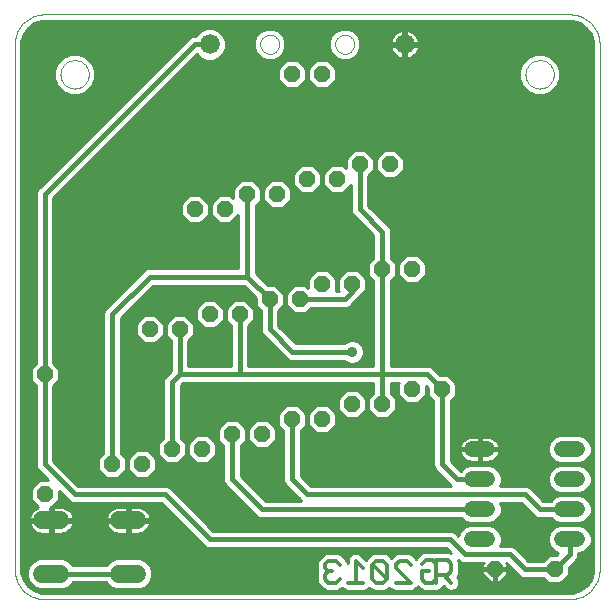
<source format=gbl>
G75*
G70*
%OFA0B0*%
%FSLAX24Y24*%
%IPPOS*%
%LPD*%
%AMOC8*
5,1,8,0,0,1.08239X$1,22.5*
%
%ADD10C,0.0000*%
%ADD11OC8,0.0520*%
%ADD12C,0.0520*%
%ADD13C,0.0600*%
%ADD14C,0.0660*%
%ADD15C,0.0120*%
%ADD16C,0.0160*%
%ADD17C,0.0357*%
%ADD18C,0.0100*%
D10*
X000655Y001655D02*
X000655Y019155D01*
X000657Y019215D01*
X000662Y019276D01*
X000671Y019335D01*
X000684Y019394D01*
X000700Y019453D01*
X000720Y019510D01*
X000743Y019565D01*
X000770Y019620D01*
X000799Y019672D01*
X000832Y019723D01*
X000868Y019772D01*
X000906Y019818D01*
X000948Y019862D01*
X000992Y019904D01*
X001038Y019942D01*
X001087Y019978D01*
X001138Y020011D01*
X001190Y020040D01*
X001245Y020067D01*
X001300Y020090D01*
X001357Y020110D01*
X001416Y020126D01*
X001475Y020139D01*
X001534Y020148D01*
X001595Y020153D01*
X001655Y020155D01*
X019155Y020155D01*
X019215Y020153D01*
X019276Y020148D01*
X019335Y020139D01*
X019394Y020126D01*
X019453Y020110D01*
X019510Y020090D01*
X019565Y020067D01*
X019620Y020040D01*
X019672Y020011D01*
X019723Y019978D01*
X019772Y019942D01*
X019818Y019904D01*
X019862Y019862D01*
X019904Y019818D01*
X019942Y019772D01*
X019978Y019723D01*
X020011Y019672D01*
X020040Y019620D01*
X020067Y019565D01*
X020090Y019510D01*
X020110Y019453D01*
X020126Y019394D01*
X020139Y019335D01*
X020148Y019276D01*
X020153Y019215D01*
X020155Y019155D01*
X020155Y001655D01*
X020153Y001595D01*
X020148Y001534D01*
X020139Y001475D01*
X020126Y001416D01*
X020110Y001357D01*
X020090Y001300D01*
X020067Y001245D01*
X020040Y001190D01*
X020011Y001138D01*
X019978Y001087D01*
X019942Y001038D01*
X019904Y000992D01*
X019862Y000948D01*
X019818Y000906D01*
X019772Y000868D01*
X019723Y000832D01*
X019672Y000799D01*
X019620Y000770D01*
X019565Y000743D01*
X019510Y000720D01*
X019453Y000700D01*
X019394Y000684D01*
X019335Y000671D01*
X019276Y000662D01*
X019215Y000657D01*
X019155Y000655D01*
X001655Y000655D01*
X001595Y000657D01*
X001534Y000662D01*
X001475Y000671D01*
X001416Y000684D01*
X001357Y000700D01*
X001300Y000720D01*
X001245Y000743D01*
X001190Y000770D01*
X001138Y000799D01*
X001087Y000832D01*
X001038Y000868D01*
X000992Y000906D01*
X000948Y000948D01*
X000906Y000992D01*
X000868Y001038D01*
X000832Y001087D01*
X000799Y001138D01*
X000770Y001190D01*
X000743Y001245D01*
X000720Y001300D01*
X000700Y001357D01*
X000684Y001416D01*
X000671Y001475D01*
X000662Y001534D01*
X000657Y001595D01*
X000655Y001655D01*
X002183Y018155D02*
X002185Y018198D01*
X002191Y018240D01*
X002201Y018282D01*
X002214Y018323D01*
X002231Y018363D01*
X002252Y018400D01*
X002276Y018436D01*
X002303Y018469D01*
X002333Y018500D01*
X002366Y018528D01*
X002401Y018553D01*
X002438Y018574D01*
X002477Y018592D01*
X002517Y018606D01*
X002559Y018617D01*
X002601Y018624D01*
X002644Y018627D01*
X002687Y018626D01*
X002730Y018621D01*
X002772Y018612D01*
X002813Y018600D01*
X002853Y018584D01*
X002891Y018564D01*
X002927Y018541D01*
X002961Y018514D01*
X002993Y018485D01*
X003021Y018453D01*
X003047Y018418D01*
X003069Y018382D01*
X003088Y018343D01*
X003103Y018303D01*
X003115Y018262D01*
X003123Y018219D01*
X003127Y018176D01*
X003127Y018134D01*
X003123Y018091D01*
X003115Y018048D01*
X003103Y018007D01*
X003088Y017967D01*
X003069Y017928D01*
X003047Y017892D01*
X003021Y017857D01*
X002993Y017825D01*
X002961Y017796D01*
X002927Y017769D01*
X002891Y017746D01*
X002853Y017726D01*
X002813Y017710D01*
X002772Y017698D01*
X002730Y017689D01*
X002687Y017684D01*
X002644Y017683D01*
X002601Y017686D01*
X002559Y017693D01*
X002517Y017704D01*
X002477Y017718D01*
X002438Y017736D01*
X002401Y017757D01*
X002366Y017782D01*
X002333Y017810D01*
X002303Y017841D01*
X002276Y017874D01*
X002252Y017910D01*
X002231Y017947D01*
X002214Y017987D01*
X002201Y018028D01*
X002191Y018070D01*
X002185Y018112D01*
X002183Y018155D01*
X008840Y019155D02*
X008842Y019190D01*
X008848Y019225D01*
X008858Y019259D01*
X008871Y019292D01*
X008888Y019323D01*
X008909Y019351D01*
X008932Y019378D01*
X008959Y019401D01*
X008987Y019422D01*
X009018Y019439D01*
X009051Y019452D01*
X009085Y019462D01*
X009120Y019468D01*
X009155Y019470D01*
X009190Y019468D01*
X009225Y019462D01*
X009259Y019452D01*
X009292Y019439D01*
X009323Y019422D01*
X009351Y019401D01*
X009378Y019378D01*
X009401Y019351D01*
X009422Y019323D01*
X009439Y019292D01*
X009452Y019259D01*
X009462Y019225D01*
X009468Y019190D01*
X009470Y019155D01*
X009468Y019120D01*
X009462Y019085D01*
X009452Y019051D01*
X009439Y019018D01*
X009422Y018987D01*
X009401Y018959D01*
X009378Y018932D01*
X009351Y018909D01*
X009323Y018888D01*
X009292Y018871D01*
X009259Y018858D01*
X009225Y018848D01*
X009190Y018842D01*
X009155Y018840D01*
X009120Y018842D01*
X009085Y018848D01*
X009051Y018858D01*
X009018Y018871D01*
X008987Y018888D01*
X008959Y018909D01*
X008932Y018932D01*
X008909Y018959D01*
X008888Y018987D01*
X008871Y019018D01*
X008858Y019051D01*
X008848Y019085D01*
X008842Y019120D01*
X008840Y019155D01*
X011340Y019155D02*
X011342Y019190D01*
X011348Y019225D01*
X011358Y019259D01*
X011371Y019292D01*
X011388Y019323D01*
X011409Y019351D01*
X011432Y019378D01*
X011459Y019401D01*
X011487Y019422D01*
X011518Y019439D01*
X011551Y019452D01*
X011585Y019462D01*
X011620Y019468D01*
X011655Y019470D01*
X011690Y019468D01*
X011725Y019462D01*
X011759Y019452D01*
X011792Y019439D01*
X011823Y019422D01*
X011851Y019401D01*
X011878Y019378D01*
X011901Y019351D01*
X011922Y019323D01*
X011939Y019292D01*
X011952Y019259D01*
X011962Y019225D01*
X011968Y019190D01*
X011970Y019155D01*
X011968Y019120D01*
X011962Y019085D01*
X011952Y019051D01*
X011939Y019018D01*
X011922Y018987D01*
X011901Y018959D01*
X011878Y018932D01*
X011851Y018909D01*
X011823Y018888D01*
X011792Y018871D01*
X011759Y018858D01*
X011725Y018848D01*
X011690Y018842D01*
X011655Y018840D01*
X011620Y018842D01*
X011585Y018848D01*
X011551Y018858D01*
X011518Y018871D01*
X011487Y018888D01*
X011459Y018909D01*
X011432Y018932D01*
X011409Y018959D01*
X011388Y018987D01*
X011371Y019018D01*
X011358Y019051D01*
X011348Y019085D01*
X011342Y019120D01*
X011340Y019155D01*
X017683Y018155D02*
X017685Y018198D01*
X017691Y018240D01*
X017701Y018282D01*
X017714Y018323D01*
X017731Y018363D01*
X017752Y018400D01*
X017776Y018436D01*
X017803Y018469D01*
X017833Y018500D01*
X017866Y018528D01*
X017901Y018553D01*
X017938Y018574D01*
X017977Y018592D01*
X018017Y018606D01*
X018059Y018617D01*
X018101Y018624D01*
X018144Y018627D01*
X018187Y018626D01*
X018230Y018621D01*
X018272Y018612D01*
X018313Y018600D01*
X018353Y018584D01*
X018391Y018564D01*
X018427Y018541D01*
X018461Y018514D01*
X018493Y018485D01*
X018521Y018453D01*
X018547Y018418D01*
X018569Y018382D01*
X018588Y018343D01*
X018603Y018303D01*
X018615Y018262D01*
X018623Y018219D01*
X018627Y018176D01*
X018627Y018134D01*
X018623Y018091D01*
X018615Y018048D01*
X018603Y018007D01*
X018588Y017967D01*
X018569Y017928D01*
X018547Y017892D01*
X018521Y017857D01*
X018493Y017825D01*
X018461Y017796D01*
X018427Y017769D01*
X018391Y017746D01*
X018353Y017726D01*
X018313Y017710D01*
X018272Y017698D01*
X018230Y017689D01*
X018187Y017684D01*
X018144Y017683D01*
X018101Y017686D01*
X018059Y017693D01*
X018017Y017704D01*
X017977Y017718D01*
X017938Y017736D01*
X017901Y017757D01*
X017866Y017782D01*
X017833Y017810D01*
X017803Y017841D01*
X017776Y017874D01*
X017752Y017910D01*
X017731Y017947D01*
X017714Y017987D01*
X017701Y018028D01*
X017691Y018070D01*
X017685Y018112D01*
X017683Y018155D01*
D11*
X013155Y015155D03*
X012155Y015155D03*
X011405Y014655D03*
X010405Y014655D03*
X009405Y014155D03*
X008405Y014155D03*
X007655Y013655D03*
X006655Y013655D03*
X009155Y010655D03*
X008155Y010155D03*
X007155Y010155D03*
X006155Y009655D03*
X005155Y009655D03*
X001655Y008155D03*
X003905Y005155D03*
X004905Y005155D03*
X005905Y005655D03*
X006905Y005655D03*
X007905Y006155D03*
X008905Y006155D03*
X009905Y006655D03*
X010905Y006655D03*
X011905Y007155D03*
X012905Y007155D03*
X013905Y007655D03*
X014905Y007655D03*
X011905Y011155D03*
X010905Y011155D03*
X010155Y010655D03*
X012905Y011655D03*
X013905Y011655D03*
X010905Y018155D03*
X009905Y018155D03*
X001655Y004155D03*
X016655Y001655D03*
X018655Y001655D03*
D12*
X018895Y002655D02*
X019415Y002655D01*
X019415Y003655D02*
X018895Y003655D01*
X018895Y004655D02*
X019415Y004655D01*
X019415Y005655D02*
X018895Y005655D01*
X016415Y005655D02*
X015895Y005655D01*
X015895Y004655D02*
X016415Y004655D01*
X016415Y003655D02*
X015895Y003655D01*
X015895Y002655D02*
X016415Y002655D01*
D13*
X004735Y003295D02*
X004135Y003295D01*
X004135Y001515D02*
X004735Y001515D01*
X002175Y001515D02*
X001575Y001515D01*
X001575Y003295D02*
X002175Y003295D01*
D14*
X007155Y019155D03*
X013655Y019155D03*
D15*
X013725Y001945D02*
X013485Y001945D01*
X013365Y001825D01*
X013365Y001815D02*
X013365Y001695D01*
X013855Y001215D01*
X013365Y001215D01*
X013055Y001335D02*
X012935Y001215D01*
X012695Y001215D01*
X012575Y001335D01*
X012575Y001815D01*
X012695Y001935D01*
X012935Y001935D01*
X013055Y001815D01*
X013055Y001335D01*
X012585Y001815D01*
X012265Y001693D02*
X012023Y001935D01*
X012023Y001928D02*
X012023Y001223D01*
X011783Y001215D02*
X012268Y001215D01*
X011485Y001345D02*
X011355Y001215D01*
X011115Y001215D01*
X010995Y001335D01*
X010995Y001345D02*
X010995Y001465D01*
X010995Y001475D02*
X011105Y001585D01*
X010995Y001695D01*
X010995Y001815D01*
X010995Y001825D02*
X011115Y001945D01*
X011355Y001945D01*
X011485Y001815D01*
X011223Y001585D02*
X011108Y001585D01*
X013725Y001945D02*
X013855Y001815D01*
X014235Y001835D02*
X014355Y001955D01*
X014595Y001955D01*
X014715Y001835D01*
X014715Y001955D01*
X015085Y001955D01*
X015205Y001835D01*
X015205Y001585D01*
X015085Y001465D01*
X014965Y001465D01*
X015205Y001215D01*
X014965Y001465D02*
X014715Y001465D01*
X014715Y001835D01*
X014475Y001585D02*
X014225Y001585D01*
X014225Y001345D01*
X014345Y001215D01*
X014595Y001215D01*
X014715Y001335D01*
X014715Y001215D01*
X014715Y001335D02*
X014715Y001465D01*
D16*
X015655Y002155D02*
X015155Y002655D01*
X007155Y002655D01*
X005655Y004155D01*
X002655Y004155D01*
X001655Y005155D01*
X001655Y008155D01*
X001655Y014155D01*
X006655Y019155D01*
X007155Y019155D01*
X008405Y014155D02*
X008405Y011405D01*
X005155Y011405D01*
X003905Y010155D01*
X003905Y005155D01*
X005905Y005655D02*
X005905Y007905D01*
X006155Y008155D01*
X006155Y009655D01*
X006155Y008155D02*
X008155Y008155D01*
X008155Y010155D01*
X009155Y009655D02*
X009905Y008905D01*
X011905Y008905D01*
X012905Y008155D02*
X012905Y011655D01*
X012905Y012905D01*
X012155Y013655D01*
X012155Y015155D01*
X008405Y011405D02*
X009155Y010655D01*
X009155Y009655D01*
X010155Y010655D02*
X011655Y010655D01*
X011905Y010905D01*
X011905Y011155D01*
X012905Y008155D02*
X012905Y007155D01*
X012905Y008155D02*
X014405Y008155D01*
X014905Y007655D01*
X014905Y005155D01*
X015405Y004655D01*
X016155Y004655D01*
X016155Y003655D02*
X008905Y003655D01*
X007905Y004655D01*
X007905Y006155D01*
X008155Y008155D02*
X012905Y008155D01*
X009905Y006655D02*
X009905Y004655D01*
X010405Y004155D01*
X017655Y004155D01*
X018155Y003655D01*
X019155Y003655D01*
X019155Y002655D02*
X019155Y002155D01*
X018655Y001655D01*
X017655Y001655D01*
X017155Y002155D01*
X015655Y002155D01*
X004435Y001515D02*
X001875Y001515D01*
D17*
X011905Y008905D03*
D18*
X001096Y001096D02*
X000951Y001296D01*
X000875Y001532D01*
X000865Y001655D01*
X000865Y001725D01*
X000865Y001742D01*
X000865Y019155D01*
X000875Y019279D01*
X000951Y019514D01*
X001096Y019714D01*
X001296Y019859D01*
X001532Y019935D01*
X001655Y019945D01*
X001717Y019945D01*
X001742Y019945D01*
X019155Y019945D01*
X019279Y019935D01*
X019514Y019859D01*
X019714Y019714D01*
X019859Y019514D01*
X019935Y019279D01*
X019945Y019155D01*
X019945Y019119D01*
X019945Y019068D01*
X019945Y001655D01*
X019935Y001531D01*
X019859Y001296D01*
X019714Y001096D01*
X019514Y000951D01*
X019279Y000875D01*
X019155Y000865D01*
X001655Y000865D01*
X001532Y000875D01*
X001296Y000951D01*
X001096Y001096D01*
X001059Y001148D02*
X001221Y001148D01*
X001286Y001083D02*
X001143Y001226D01*
X001065Y001414D01*
X001065Y001617D01*
X001143Y001804D01*
X001286Y001947D01*
X001474Y002025D01*
X002277Y002025D01*
X002464Y001947D01*
X002606Y001805D01*
X003704Y001805D01*
X003846Y001947D01*
X004034Y002025D01*
X004837Y002025D01*
X005024Y001947D01*
X005167Y001804D01*
X005245Y001617D01*
X005245Y001414D01*
X005167Y001226D01*
X005024Y001083D01*
X004837Y001005D01*
X004034Y001005D01*
X003846Y001083D01*
X003704Y001225D01*
X002606Y001225D01*
X002464Y001083D01*
X002277Y001005D01*
X001474Y001005D01*
X001286Y001083D01*
X001367Y001049D02*
X001161Y001049D01*
X001298Y000951D02*
X011048Y000951D01*
X011061Y000945D02*
X011169Y000945D01*
X011409Y000945D01*
X011508Y000986D01*
X011569Y001047D01*
X011630Y000986D01*
X011729Y000945D01*
X012321Y000945D01*
X012421Y000986D01*
X012481Y001047D01*
X012542Y000986D01*
X012641Y000945D01*
X012749Y000945D01*
X012881Y000945D01*
X012989Y000945D01*
X013088Y000986D01*
X013150Y001048D01*
X013212Y000986D01*
X013311Y000945D01*
X013803Y000945D01*
X013804Y000945D01*
X013858Y000945D01*
X013909Y000945D01*
X013910Y000946D01*
X013912Y000946D01*
X013961Y000967D01*
X014008Y000986D01*
X014009Y000987D01*
X014010Y000988D01*
X014048Y001026D01*
X014084Y001062D01*
X014084Y001064D01*
X014086Y001065D01*
X014095Y001088D01*
X014114Y001067D01*
X014116Y001062D01*
X014150Y001028D01*
X014183Y000993D01*
X014188Y000990D01*
X014192Y000986D01*
X014237Y000968D01*
X014281Y000947D01*
X014286Y000947D01*
X014291Y000945D01*
X014340Y000945D01*
X014388Y000943D01*
X014393Y000945D01*
X014541Y000945D01*
X014649Y000945D01*
X014655Y000948D01*
X014661Y000945D01*
X014769Y000945D01*
X014868Y000986D01*
X014944Y001062D01*
X014954Y001087D01*
X015048Y000989D01*
X015146Y000946D01*
X015253Y000944D01*
X015353Y000983D01*
X015431Y001058D01*
X015474Y001156D01*
X015476Y001263D01*
X015437Y001363D01*
X015402Y001400D01*
X015434Y001432D01*
X015475Y001531D01*
X015475Y001639D01*
X015475Y001889D01*
X015449Y001951D01*
X015491Y001909D01*
X015597Y001865D01*
X015713Y001865D01*
X016285Y001865D01*
X016245Y001825D01*
X016245Y001685D01*
X016625Y001685D01*
X016625Y001625D01*
X016685Y001625D01*
X016685Y001245D01*
X016825Y001245D01*
X017065Y001485D01*
X017065Y001625D01*
X016685Y001625D01*
X016685Y001685D01*
X017065Y001685D01*
X017065Y001825D01*
X017025Y001865D01*
X017035Y001865D01*
X017409Y001491D01*
X017491Y001409D01*
X017597Y001365D01*
X018280Y001365D01*
X018460Y001185D01*
X018850Y001185D01*
X019125Y001460D01*
X019125Y001715D01*
X019401Y001991D01*
X019445Y002097D01*
X019445Y002185D01*
X019509Y002185D01*
X019681Y002257D01*
X019814Y002389D01*
X019885Y002562D01*
X019885Y002749D01*
X019814Y002921D01*
X019681Y003054D01*
X019509Y003125D01*
X018802Y003125D01*
X018629Y003054D01*
X018497Y002921D01*
X018425Y002749D01*
X018425Y002562D01*
X018497Y002389D01*
X018629Y002257D01*
X018783Y002193D01*
X018715Y002125D01*
X018460Y002125D01*
X018280Y001945D01*
X017775Y001945D01*
X017401Y002319D01*
X017319Y002401D01*
X017213Y002445D01*
X016837Y002445D01*
X016885Y002562D01*
X016885Y002749D01*
X016814Y002921D01*
X016681Y003054D01*
X016509Y003125D01*
X015802Y003125D01*
X015629Y003054D01*
X015497Y002921D01*
X015439Y002782D01*
X015319Y002901D01*
X015213Y002945D01*
X015097Y002945D01*
X007275Y002945D01*
X005819Y004401D01*
X005713Y004445D01*
X005597Y004445D01*
X002775Y004445D01*
X001945Y005275D01*
X001945Y007780D01*
X002125Y007960D01*
X002125Y008350D01*
X001945Y008530D01*
X001945Y014035D01*
X006728Y018818D01*
X006849Y018697D01*
X007048Y018615D01*
X007263Y018615D01*
X007461Y018697D01*
X007613Y018849D01*
X007695Y019048D01*
X007695Y019263D01*
X007613Y019461D01*
X007461Y019613D01*
X007263Y019695D01*
X007048Y019695D01*
X006849Y019613D01*
X006697Y019461D01*
X006691Y019445D01*
X006597Y019445D01*
X006491Y019401D01*
X001491Y014401D01*
X001409Y014319D01*
X001365Y014213D01*
X001365Y008530D01*
X001185Y008350D01*
X001185Y007960D01*
X001365Y007780D01*
X001365Y005097D01*
X001409Y004991D01*
X000865Y004991D01*
X000865Y004892D02*
X001508Y004892D01*
X001491Y004909D02*
X001775Y004625D01*
X001460Y004625D01*
X001185Y004350D01*
X001185Y003960D01*
X001426Y003720D01*
X001402Y003712D01*
X001339Y003680D01*
X001282Y003638D01*
X001232Y003588D01*
X001190Y003531D01*
X001158Y003468D01*
X001136Y003400D01*
X001127Y003345D01*
X001825Y003345D01*
X001825Y003245D01*
X001925Y003245D01*
X001925Y002845D01*
X002211Y002845D01*
X002280Y002856D01*
X002348Y002878D01*
X002411Y002910D01*
X002468Y002952D01*
X002518Y003002D01*
X002560Y003059D01*
X002592Y003122D01*
X002614Y003190D01*
X002623Y003245D01*
X001925Y003245D01*
X001925Y003345D01*
X001825Y003345D01*
X001825Y003685D01*
X001850Y003685D01*
X002125Y003960D01*
X002125Y004275D01*
X002409Y003991D01*
X002491Y003909D01*
X002597Y003865D01*
X005535Y003865D01*
X006909Y002491D01*
X006991Y002409D01*
X007097Y002365D01*
X015035Y002365D01*
X015201Y002199D01*
X015139Y002225D01*
X015031Y002225D01*
X014661Y002225D01*
X014655Y002222D01*
X014649Y002225D01*
X014409Y002225D01*
X014301Y002225D01*
X014202Y002184D01*
X014035Y002017D01*
X013954Y002098D01*
X013878Y002174D01*
X013779Y002215D01*
X013539Y002215D01*
X013431Y002215D01*
X013332Y002174D01*
X013205Y002047D01*
X013088Y002164D01*
X012989Y002205D01*
X012881Y002205D01*
X012641Y002205D01*
X012542Y002164D01*
X012466Y002088D01*
X012359Y001981D01*
X012176Y002164D01*
X012076Y002205D01*
X011969Y002205D01*
X011870Y002164D01*
X011794Y002088D01*
X011753Y001989D01*
X011753Y001981D01*
X011753Y001875D01*
X011714Y001968D01*
X011584Y002098D01*
X011508Y002174D01*
X011409Y002215D01*
X011169Y002215D01*
X011061Y002215D01*
X010962Y002174D01*
X010766Y001978D01*
X010725Y001879D01*
X010725Y001771D01*
X010725Y001641D01*
X010748Y001585D01*
X010725Y001529D01*
X010725Y001421D01*
X010725Y001389D01*
X010725Y001281D01*
X010766Y001182D01*
X010962Y000986D01*
X011061Y000945D01*
X010899Y001049D02*
X004943Y001049D01*
X005089Y001148D02*
X010801Y001148D01*
X010740Y001246D02*
X005176Y001246D01*
X005217Y001345D02*
X010725Y001345D01*
X010725Y001443D02*
X005245Y001443D01*
X005245Y001542D02*
X010731Y001542D01*
X010725Y001641D02*
X005235Y001641D01*
X005194Y001739D02*
X010725Y001739D01*
X010725Y001838D02*
X005134Y001838D01*
X005035Y001936D02*
X010749Y001936D01*
X010823Y002035D02*
X000865Y002035D01*
X000865Y002133D02*
X010921Y002133D01*
X011549Y002133D02*
X011839Y002133D01*
X011772Y002035D02*
X011647Y002035D01*
X011753Y001981D02*
X011753Y001981D01*
X011753Y001936D02*
X011727Y001936D01*
X012206Y002133D02*
X012511Y002133D01*
X012413Y002035D02*
X012305Y002035D01*
X013119Y002133D02*
X013291Y002133D01*
X013919Y002133D02*
X014151Y002133D01*
X014053Y002035D02*
X014017Y002035D01*
X014071Y001049D02*
X014129Y001049D01*
X014274Y000951D02*
X013924Y000951D01*
X013298Y000951D02*
X013002Y000951D01*
X012628Y000951D02*
X012335Y000951D01*
X011715Y000951D02*
X011422Y000951D01*
X008963Y003365D02*
X008847Y003365D01*
X008741Y003409D01*
X007741Y004409D01*
X007659Y004491D01*
X007615Y004597D01*
X002623Y004597D01*
X002525Y004695D02*
X003700Y004695D01*
X003710Y004685D02*
X004100Y004685D01*
X004375Y004960D01*
X004375Y005350D01*
X004195Y005530D01*
X004195Y010035D01*
X005275Y011115D01*
X008285Y011115D01*
X008685Y010715D01*
X008685Y010460D01*
X008865Y010280D01*
X008865Y009713D01*
X008865Y009597D01*
X008909Y009491D01*
X009659Y008741D01*
X009741Y008659D01*
X009847Y008615D01*
X011646Y008615D01*
X011685Y008576D01*
X011828Y008517D01*
X011982Y008517D01*
X012125Y008576D01*
X012234Y008685D01*
X012294Y008828D01*
X012294Y008982D01*
X012234Y009125D01*
X012125Y009234D01*
X011982Y009294D01*
X011828Y009294D01*
X011685Y009234D01*
X011646Y009195D01*
X010025Y009195D01*
X009445Y009775D01*
X009445Y010280D01*
X009625Y010460D01*
X009625Y010850D01*
X009350Y011125D01*
X009095Y011125D01*
X008695Y011525D01*
X008695Y013780D01*
X008875Y013960D01*
X008875Y014350D01*
X008600Y014625D01*
X008210Y014625D01*
X007935Y014350D01*
X007935Y014040D01*
X007850Y014125D01*
X007460Y014125D01*
X007185Y013850D01*
X007185Y013460D01*
X007460Y013185D01*
X007850Y013185D01*
X008115Y013451D01*
X008115Y011695D01*
X005097Y011695D01*
X004991Y011651D01*
X004909Y011569D01*
X003659Y010319D01*
X003615Y010213D01*
X003615Y010097D01*
X003615Y005530D01*
X003435Y005350D01*
X003435Y004960D01*
X003710Y004685D01*
X003602Y004794D02*
X002426Y004794D01*
X002328Y004892D02*
X003503Y004892D01*
X003435Y004991D02*
X002229Y004991D01*
X002131Y005090D02*
X003435Y005090D01*
X003435Y005188D02*
X002032Y005188D01*
X001945Y005287D02*
X003435Y005287D01*
X003471Y005385D02*
X001945Y005385D01*
X001945Y005484D02*
X003569Y005484D01*
X003615Y005582D02*
X001945Y005582D01*
X001945Y005681D02*
X003615Y005681D01*
X003615Y005779D02*
X001945Y005779D01*
X001945Y005878D02*
X003615Y005878D01*
X003615Y005976D02*
X001945Y005976D01*
X001945Y006075D02*
X003615Y006075D01*
X003615Y006174D02*
X001945Y006174D01*
X001945Y006272D02*
X003615Y006272D01*
X003615Y006371D02*
X001945Y006371D01*
X001945Y006469D02*
X003615Y006469D01*
X003615Y006568D02*
X001945Y006568D01*
X001945Y006666D02*
X003615Y006666D01*
X003615Y006765D02*
X001945Y006765D01*
X001945Y006863D02*
X003615Y006863D01*
X003615Y006962D02*
X001945Y006962D01*
X001945Y007060D02*
X003615Y007060D01*
X003615Y007159D02*
X001945Y007159D01*
X001945Y007258D02*
X003615Y007258D01*
X003615Y007356D02*
X001945Y007356D01*
X001945Y007455D02*
X003615Y007455D01*
X003615Y007553D02*
X001945Y007553D01*
X001945Y007652D02*
X003615Y007652D01*
X003615Y007750D02*
X001945Y007750D01*
X002013Y007849D02*
X003615Y007849D01*
X003615Y007947D02*
X002112Y007947D01*
X002125Y008046D02*
X003615Y008046D01*
X003615Y008144D02*
X002125Y008144D01*
X002125Y008243D02*
X003615Y008243D01*
X003615Y008341D02*
X002125Y008341D01*
X002035Y008440D02*
X003615Y008440D01*
X003615Y008539D02*
X001945Y008539D01*
X001945Y008637D02*
X003615Y008637D01*
X003615Y008736D02*
X001945Y008736D01*
X001945Y008834D02*
X003615Y008834D01*
X003615Y008933D02*
X001945Y008933D01*
X001945Y009031D02*
X003615Y009031D01*
X003615Y009130D02*
X001945Y009130D01*
X001945Y009228D02*
X003615Y009228D01*
X003615Y009327D02*
X001945Y009327D01*
X001945Y009425D02*
X003615Y009425D01*
X003615Y009524D02*
X001945Y009524D01*
X001945Y009623D02*
X003615Y009623D01*
X003615Y009721D02*
X001945Y009721D01*
X001945Y009820D02*
X003615Y009820D01*
X003615Y009918D02*
X001945Y009918D01*
X001945Y010017D02*
X003615Y010017D01*
X003615Y010115D02*
X001945Y010115D01*
X001945Y010214D02*
X003616Y010214D01*
X003656Y010312D02*
X001945Y010312D01*
X001945Y010411D02*
X003751Y010411D01*
X003849Y010509D02*
X001945Y010509D01*
X001945Y010608D02*
X003948Y010608D01*
X004046Y010707D02*
X001945Y010707D01*
X001945Y010805D02*
X004145Y010805D01*
X004244Y010904D02*
X001945Y010904D01*
X001945Y011002D02*
X004342Y011002D01*
X004441Y011101D02*
X001945Y011101D01*
X001945Y011199D02*
X004539Y011199D01*
X004638Y011298D02*
X001945Y011298D01*
X001945Y011396D02*
X004736Y011396D01*
X004835Y011495D02*
X001945Y011495D01*
X001945Y011593D02*
X004933Y011593D01*
X005090Y011692D02*
X001945Y011692D01*
X001945Y011791D02*
X008115Y011791D01*
X008115Y011889D02*
X001945Y011889D01*
X001945Y011988D02*
X008115Y011988D01*
X008115Y012086D02*
X001945Y012086D01*
X001945Y012185D02*
X008115Y012185D01*
X008115Y012283D02*
X001945Y012283D01*
X001945Y012382D02*
X008115Y012382D01*
X008115Y012480D02*
X001945Y012480D01*
X001945Y012579D02*
X008115Y012579D01*
X008115Y012677D02*
X001945Y012677D01*
X001945Y012776D02*
X008115Y012776D01*
X008115Y012874D02*
X001945Y012874D01*
X001945Y012973D02*
X008115Y012973D01*
X008115Y013072D02*
X001945Y013072D01*
X001945Y013170D02*
X008115Y013170D01*
X008115Y013269D02*
X007933Y013269D01*
X008032Y013367D02*
X008115Y013367D01*
X008695Y013367D02*
X012033Y013367D01*
X012131Y013269D02*
X008695Y013269D01*
X008695Y013170D02*
X012230Y013170D01*
X012329Y013072D02*
X008695Y013072D01*
X008695Y012973D02*
X012427Y012973D01*
X012526Y012874D02*
X008695Y012874D01*
X008695Y012776D02*
X012615Y012776D01*
X012615Y012785D02*
X012615Y012030D01*
X012435Y011850D01*
X012435Y011460D01*
X012615Y011280D01*
X012615Y008445D01*
X008445Y008445D01*
X008445Y009780D01*
X008625Y009960D01*
X008625Y010350D01*
X008350Y010625D01*
X007960Y010625D01*
X007685Y010350D01*
X007685Y009960D01*
X007865Y009780D01*
X007865Y008445D01*
X006445Y008445D01*
X006445Y009280D01*
X006625Y009460D01*
X006625Y009850D01*
X006350Y010125D01*
X005960Y010125D01*
X005685Y009850D01*
X005685Y009460D01*
X005865Y009280D01*
X005865Y008275D01*
X005659Y008069D01*
X005615Y007963D01*
X005615Y007847D01*
X005615Y006030D01*
X005435Y005850D01*
X005435Y005460D01*
X005710Y005185D01*
X006100Y005185D01*
X006375Y005460D01*
X006375Y005850D01*
X006195Y006030D01*
X006195Y007785D01*
X006275Y007865D01*
X008213Y007865D01*
X012615Y007865D01*
X012615Y007530D01*
X012435Y007350D01*
X012435Y006960D01*
X012710Y006685D01*
X013100Y006685D01*
X013375Y006960D01*
X013375Y007350D01*
X013195Y007530D01*
X013195Y007865D01*
X013451Y007865D01*
X013435Y007850D01*
X013435Y007460D01*
X013710Y007185D01*
X014100Y007185D01*
X014375Y007460D01*
X014375Y007775D01*
X014435Y007715D01*
X014435Y007460D01*
X014615Y007280D01*
X014615Y005097D01*
X014659Y004991D01*
X010195Y004991D01*
X010195Y004892D02*
X014758Y004892D01*
X014741Y004909D02*
X015205Y004445D01*
X010525Y004445D01*
X010195Y004775D01*
X010195Y006280D01*
X010375Y006460D01*
X010375Y006850D01*
X010100Y007125D01*
X009710Y007125D01*
X009435Y006850D01*
X009435Y006460D01*
X009615Y006280D01*
X009615Y004597D01*
X008373Y004597D01*
X008275Y004695D02*
X009615Y004695D01*
X009615Y004597D02*
X009659Y004491D01*
X009741Y004409D01*
X010159Y003991D01*
X010205Y003945D01*
X009025Y003945D01*
X008195Y004775D01*
X008195Y005780D01*
X008375Y005960D01*
X008375Y006350D01*
X008100Y006625D01*
X007710Y006625D01*
X007435Y006350D01*
X007435Y005960D01*
X007615Y005780D01*
X007615Y004597D01*
X007615Y004695D02*
X005110Y004695D01*
X005100Y004685D02*
X005375Y004960D01*
X005375Y005350D01*
X005100Y005625D01*
X004710Y005625D01*
X004435Y005350D01*
X004435Y004960D01*
X004710Y004685D01*
X005100Y004685D01*
X005209Y004794D02*
X007615Y004794D01*
X007615Y004892D02*
X005307Y004892D01*
X005375Y004991D02*
X007615Y004991D01*
X007615Y005090D02*
X005375Y005090D01*
X005375Y005188D02*
X005707Y005188D01*
X005609Y005287D02*
X005375Y005287D01*
X005340Y005385D02*
X005510Y005385D01*
X005435Y005484D02*
X005241Y005484D01*
X005143Y005582D02*
X005435Y005582D01*
X005435Y005681D02*
X004195Y005681D01*
X004195Y005779D02*
X005435Y005779D01*
X005463Y005878D02*
X004195Y005878D01*
X004195Y005976D02*
X005562Y005976D01*
X005615Y006075D02*
X004195Y006075D01*
X004195Y006174D02*
X005615Y006174D01*
X005615Y006272D02*
X004195Y006272D01*
X004195Y006371D02*
X005615Y006371D01*
X005615Y006469D02*
X004195Y006469D01*
X004195Y006568D02*
X005615Y006568D01*
X005615Y006666D02*
X004195Y006666D01*
X004195Y006765D02*
X005615Y006765D01*
X005615Y006863D02*
X004195Y006863D01*
X004195Y006962D02*
X005615Y006962D01*
X005615Y007060D02*
X004195Y007060D01*
X004195Y007159D02*
X005615Y007159D01*
X005615Y007258D02*
X004195Y007258D01*
X004195Y007356D02*
X005615Y007356D01*
X005615Y007455D02*
X004195Y007455D01*
X004195Y007553D02*
X005615Y007553D01*
X005615Y007652D02*
X004195Y007652D01*
X004195Y007750D02*
X005615Y007750D01*
X005615Y007849D02*
X004195Y007849D01*
X004195Y007947D02*
X005615Y007947D01*
X005650Y008046D02*
X004195Y008046D01*
X004195Y008144D02*
X005734Y008144D01*
X005833Y008243D02*
X004195Y008243D01*
X004195Y008341D02*
X005865Y008341D01*
X005865Y008440D02*
X004195Y008440D01*
X004195Y008539D02*
X005865Y008539D01*
X005865Y008637D02*
X004195Y008637D01*
X004195Y008736D02*
X005865Y008736D01*
X005865Y008834D02*
X004195Y008834D01*
X004195Y008933D02*
X005865Y008933D01*
X005865Y009031D02*
X004195Y009031D01*
X004195Y009130D02*
X005865Y009130D01*
X005865Y009228D02*
X005393Y009228D01*
X005350Y009185D02*
X005625Y009460D01*
X005625Y009850D01*
X005350Y010125D01*
X004960Y010125D01*
X004685Y009850D01*
X004685Y009460D01*
X004960Y009185D01*
X005350Y009185D01*
X005492Y009327D02*
X005819Y009327D01*
X005720Y009425D02*
X005590Y009425D01*
X005625Y009524D02*
X005685Y009524D01*
X005685Y009623D02*
X005625Y009623D01*
X005625Y009721D02*
X005685Y009721D01*
X005685Y009820D02*
X005625Y009820D01*
X005557Y009918D02*
X005754Y009918D01*
X005852Y010017D02*
X005458Y010017D01*
X005360Y010115D02*
X005951Y010115D01*
X006360Y010115D02*
X006685Y010115D01*
X006685Y010017D02*
X006458Y010017D01*
X006557Y009918D02*
X006727Y009918D01*
X006685Y009960D02*
X006960Y009685D01*
X007350Y009685D01*
X007625Y009960D01*
X007625Y010350D01*
X007350Y010625D01*
X006960Y010625D01*
X006685Y010350D01*
X006685Y009960D01*
X006625Y009820D02*
X006826Y009820D01*
X006924Y009721D02*
X006625Y009721D01*
X006625Y009623D02*
X007865Y009623D01*
X007865Y009721D02*
X007386Y009721D01*
X007484Y009820D02*
X007826Y009820D01*
X007727Y009918D02*
X007583Y009918D01*
X007625Y010017D02*
X007685Y010017D01*
X007685Y010115D02*
X007625Y010115D01*
X007625Y010214D02*
X007685Y010214D01*
X007685Y010312D02*
X007625Y010312D01*
X007564Y010411D02*
X007746Y010411D01*
X007845Y010509D02*
X007465Y010509D01*
X007367Y010608D02*
X007943Y010608D01*
X008367Y010608D02*
X008685Y010608D01*
X008685Y010509D02*
X008465Y010509D01*
X008564Y010411D02*
X008735Y010411D01*
X008833Y010312D02*
X008625Y010312D01*
X008625Y010214D02*
X008865Y010214D01*
X008865Y010115D02*
X008625Y010115D01*
X008625Y010017D02*
X008865Y010017D01*
X008865Y009918D02*
X008583Y009918D01*
X008484Y009820D02*
X008865Y009820D01*
X008865Y009721D02*
X008445Y009721D01*
X008445Y009623D02*
X008865Y009623D01*
X008895Y009524D02*
X008445Y009524D01*
X008445Y009425D02*
X008975Y009425D01*
X009073Y009327D02*
X008445Y009327D01*
X008445Y009228D02*
X009172Y009228D01*
X009270Y009130D02*
X008445Y009130D01*
X008445Y009031D02*
X009369Y009031D01*
X009467Y008933D02*
X008445Y008933D01*
X008445Y008834D02*
X009566Y008834D01*
X009664Y008736D02*
X008445Y008736D01*
X008445Y008637D02*
X009794Y008637D01*
X009992Y009228D02*
X011679Y009228D01*
X012131Y009228D02*
X012615Y009228D01*
X012615Y009130D02*
X012230Y009130D01*
X012273Y009031D02*
X012615Y009031D01*
X012615Y008933D02*
X012294Y008933D01*
X012294Y008834D02*
X012615Y008834D01*
X012615Y008736D02*
X012255Y008736D01*
X012186Y008637D02*
X012615Y008637D01*
X012615Y008539D02*
X012035Y008539D01*
X011775Y008539D02*
X008445Y008539D01*
X007865Y008539D02*
X006445Y008539D01*
X006445Y008637D02*
X007865Y008637D01*
X007865Y008736D02*
X006445Y008736D01*
X006445Y008834D02*
X007865Y008834D01*
X007865Y008933D02*
X006445Y008933D01*
X006445Y009031D02*
X007865Y009031D01*
X007865Y009130D02*
X006445Y009130D01*
X006445Y009228D02*
X007865Y009228D01*
X007865Y009327D02*
X006492Y009327D01*
X006590Y009425D02*
X007865Y009425D01*
X007865Y009524D02*
X006625Y009524D01*
X006685Y010214D02*
X004374Y010214D01*
X004472Y010312D02*
X006685Y010312D01*
X006746Y010411D02*
X004571Y010411D01*
X004670Y010509D02*
X006845Y010509D01*
X006943Y010608D02*
X004768Y010608D01*
X004867Y010707D02*
X008685Y010707D01*
X008595Y010805D02*
X004965Y010805D01*
X005064Y010904D02*
X008496Y010904D01*
X008398Y011002D02*
X005162Y011002D01*
X005261Y011101D02*
X008299Y011101D01*
X008725Y011495D02*
X010580Y011495D01*
X010482Y011396D02*
X008824Y011396D01*
X008923Y011298D02*
X010435Y011298D01*
X010435Y011350D02*
X010435Y011040D01*
X010350Y011125D01*
X009960Y011125D01*
X009685Y010850D01*
X009685Y010460D01*
X009960Y010185D01*
X010350Y010185D01*
X010530Y010365D01*
X011713Y010365D01*
X011819Y010409D01*
X011901Y010491D01*
X012095Y010685D01*
X012100Y010685D01*
X012375Y010960D01*
X012375Y011350D01*
X012100Y011625D01*
X011710Y011625D01*
X011435Y011350D01*
X011435Y010960D01*
X011451Y010945D01*
X011360Y010945D01*
X011375Y010960D01*
X011375Y011350D01*
X011100Y011625D01*
X010710Y011625D01*
X010435Y011350D01*
X010435Y011199D02*
X009021Y011199D01*
X009374Y011101D02*
X009936Y011101D01*
X009838Y011002D02*
X009473Y011002D01*
X009571Y010904D02*
X009739Y010904D01*
X009685Y010805D02*
X009625Y010805D01*
X009625Y010707D02*
X009685Y010707D01*
X009685Y010608D02*
X009625Y010608D01*
X009625Y010509D02*
X009685Y010509D01*
X009735Y010411D02*
X009576Y010411D01*
X009477Y010312D02*
X009833Y010312D01*
X009932Y010214D02*
X009445Y010214D01*
X009445Y010115D02*
X012615Y010115D01*
X012615Y010017D02*
X009445Y010017D01*
X009445Y009918D02*
X012615Y009918D01*
X012615Y009820D02*
X009445Y009820D01*
X009499Y009721D02*
X012615Y009721D01*
X012615Y009623D02*
X009598Y009623D01*
X009696Y009524D02*
X012615Y009524D01*
X012615Y009425D02*
X009795Y009425D01*
X009893Y009327D02*
X012615Y009327D01*
X013195Y009327D02*
X019945Y009327D01*
X019945Y009425D02*
X013195Y009425D01*
X013195Y009524D02*
X019945Y009524D01*
X019945Y009623D02*
X013195Y009623D01*
X013195Y009721D02*
X019945Y009721D01*
X019945Y009820D02*
X013195Y009820D01*
X013195Y009918D02*
X019945Y009918D01*
X019945Y010017D02*
X013195Y010017D01*
X013195Y010115D02*
X019945Y010115D01*
X019945Y010214D02*
X013195Y010214D01*
X013195Y010312D02*
X019945Y010312D01*
X019945Y010411D02*
X013195Y010411D01*
X013195Y010509D02*
X019945Y010509D01*
X019945Y010608D02*
X013195Y010608D01*
X013195Y010707D02*
X019945Y010707D01*
X019945Y010805D02*
X013195Y010805D01*
X013195Y010904D02*
X019945Y010904D01*
X019945Y011002D02*
X013195Y011002D01*
X013195Y011101D02*
X019945Y011101D01*
X019945Y011199D02*
X014114Y011199D01*
X014100Y011185D02*
X014375Y011460D01*
X014375Y011850D01*
X014100Y012125D01*
X013710Y012125D01*
X013435Y011850D01*
X013435Y011460D01*
X013710Y011185D01*
X014100Y011185D01*
X014212Y011298D02*
X019945Y011298D01*
X019945Y011396D02*
X014311Y011396D01*
X014375Y011495D02*
X019945Y011495D01*
X019945Y011593D02*
X014375Y011593D01*
X014375Y011692D02*
X019945Y011692D01*
X019945Y011791D02*
X014375Y011791D01*
X014336Y011889D02*
X019945Y011889D01*
X019945Y011988D02*
X014237Y011988D01*
X014139Y012086D02*
X019945Y012086D01*
X019945Y012185D02*
X013195Y012185D01*
X013195Y012283D02*
X019945Y012283D01*
X019945Y012382D02*
X013195Y012382D01*
X013195Y012480D02*
X019945Y012480D01*
X019945Y012579D02*
X013195Y012579D01*
X013195Y012677D02*
X019945Y012677D01*
X019945Y012776D02*
X013195Y012776D01*
X013195Y012874D02*
X019945Y012874D01*
X019945Y012973D02*
X013191Y012973D01*
X013195Y012963D02*
X013151Y013069D01*
X013069Y013151D01*
X012445Y013775D01*
X012445Y014780D01*
X012625Y014960D01*
X012625Y015350D01*
X012350Y015625D01*
X011960Y015625D01*
X011685Y015350D01*
X011685Y015040D01*
X011600Y015125D01*
X011210Y015125D01*
X010935Y014850D01*
X010935Y014460D01*
X011210Y014185D01*
X011600Y014185D01*
X011865Y014451D01*
X011865Y013713D01*
X011865Y013597D01*
X011909Y013491D01*
X012615Y012785D01*
X012615Y012677D02*
X008695Y012677D01*
X008695Y012579D02*
X012615Y012579D01*
X012615Y012480D02*
X008695Y012480D01*
X008695Y012382D02*
X012615Y012382D01*
X012615Y012283D02*
X008695Y012283D01*
X008695Y012185D02*
X012615Y012185D01*
X012615Y012086D02*
X008695Y012086D01*
X008695Y011988D02*
X012573Y011988D01*
X012474Y011889D02*
X008695Y011889D01*
X008695Y011791D02*
X012435Y011791D01*
X012435Y011692D02*
X008695Y011692D01*
X008695Y011593D02*
X010679Y011593D01*
X011131Y011593D02*
X011679Y011593D01*
X011580Y011495D02*
X011230Y011495D01*
X011329Y011396D02*
X011482Y011396D01*
X011435Y011298D02*
X011375Y011298D01*
X011375Y011199D02*
X011435Y011199D01*
X011435Y011101D02*
X011375Y011101D01*
X011375Y011002D02*
X011435Y011002D01*
X011821Y010411D02*
X012615Y010411D01*
X012615Y010509D02*
X011920Y010509D01*
X012018Y010608D02*
X012615Y010608D01*
X012615Y010707D02*
X012121Y010707D01*
X012220Y010805D02*
X012615Y010805D01*
X012615Y010904D02*
X012318Y010904D01*
X012375Y011002D02*
X012615Y011002D01*
X012615Y011101D02*
X012375Y011101D01*
X012375Y011199D02*
X012615Y011199D01*
X012598Y011298D02*
X012375Y011298D01*
X012329Y011396D02*
X012499Y011396D01*
X012435Y011495D02*
X012230Y011495D01*
X012131Y011593D02*
X012435Y011593D01*
X013195Y011280D02*
X013375Y011460D01*
X013375Y011850D01*
X013195Y012030D01*
X013195Y012963D01*
X013149Y013072D02*
X019945Y013072D01*
X019945Y013170D02*
X013050Y013170D01*
X012952Y013269D02*
X019945Y013269D01*
X019945Y013367D02*
X012853Y013367D01*
X012755Y013466D02*
X019945Y013466D01*
X019945Y013564D02*
X012656Y013564D01*
X012557Y013663D02*
X019945Y013663D01*
X019945Y013761D02*
X012459Y013761D01*
X012445Y013860D02*
X019945Y013860D01*
X019945Y013958D02*
X012445Y013958D01*
X012445Y014057D02*
X019945Y014057D01*
X019945Y014156D02*
X012445Y014156D01*
X012445Y014254D02*
X019945Y014254D01*
X019945Y014353D02*
X012445Y014353D01*
X012445Y014451D02*
X019945Y014451D01*
X019945Y014550D02*
X012445Y014550D01*
X012445Y014648D02*
X019945Y014648D01*
X019945Y014747D02*
X013411Y014747D01*
X013350Y014685D02*
X013625Y014960D01*
X013625Y015350D01*
X013350Y015625D01*
X012960Y015625D01*
X012685Y015350D01*
X012685Y014960D01*
X012960Y014685D01*
X013350Y014685D01*
X013510Y014845D02*
X019945Y014845D01*
X019945Y014944D02*
X013609Y014944D01*
X013625Y015042D02*
X019945Y015042D01*
X019945Y015141D02*
X013625Y015141D01*
X013625Y015240D02*
X019945Y015240D01*
X019945Y015338D02*
X013625Y015338D01*
X013538Y015437D02*
X019945Y015437D01*
X019945Y015535D02*
X013440Y015535D01*
X012871Y015535D02*
X012440Y015535D01*
X012538Y015437D02*
X012772Y015437D01*
X012685Y015338D02*
X012625Y015338D01*
X012625Y015240D02*
X012685Y015240D01*
X012685Y015141D02*
X012625Y015141D01*
X012625Y015042D02*
X012685Y015042D01*
X012702Y014944D02*
X012609Y014944D01*
X012510Y014845D02*
X012800Y014845D01*
X012899Y014747D02*
X012445Y014747D01*
X011865Y014353D02*
X011767Y014353D01*
X011669Y014254D02*
X011865Y014254D01*
X011865Y014156D02*
X009875Y014156D01*
X009875Y014254D02*
X010141Y014254D01*
X010210Y014185D02*
X009935Y014460D01*
X009935Y014850D01*
X010210Y015125D01*
X010600Y015125D01*
X010875Y014850D01*
X010875Y014460D01*
X010600Y014185D01*
X010210Y014185D01*
X010043Y014353D02*
X009872Y014353D01*
X009875Y014350D02*
X009600Y014625D01*
X009210Y014625D01*
X008935Y014350D01*
X008935Y013960D01*
X009210Y013685D01*
X009600Y013685D01*
X009875Y013960D01*
X009875Y014350D01*
X009944Y014451D02*
X009774Y014451D01*
X009675Y014550D02*
X009935Y014550D01*
X009935Y014648D02*
X002558Y014648D01*
X002460Y014550D02*
X008135Y014550D01*
X008037Y014451D02*
X002361Y014451D01*
X002263Y014353D02*
X007938Y014353D01*
X007935Y014254D02*
X002164Y014254D01*
X002066Y014156D02*
X007935Y014156D01*
X007935Y014057D02*
X007918Y014057D01*
X007392Y014057D02*
X006918Y014057D01*
X006850Y014125D02*
X007125Y013850D01*
X007125Y013460D01*
X006850Y013185D01*
X006460Y013185D01*
X006185Y013460D01*
X006185Y013850D01*
X006460Y014125D01*
X006850Y014125D01*
X007016Y013958D02*
X007294Y013958D01*
X007195Y013860D02*
X007115Y013860D01*
X007125Y013761D02*
X007185Y013761D01*
X007185Y013663D02*
X007125Y013663D01*
X007125Y013564D02*
X007185Y013564D01*
X007185Y013466D02*
X007125Y013466D01*
X007032Y013367D02*
X007278Y013367D01*
X007377Y013269D02*
X006933Y013269D01*
X006377Y013269D02*
X001945Y013269D01*
X001945Y013367D02*
X006278Y013367D01*
X006185Y013466D02*
X001945Y013466D01*
X001945Y013564D02*
X006185Y013564D01*
X006185Y013663D02*
X001945Y013663D01*
X001945Y013761D02*
X006185Y013761D01*
X006195Y013860D02*
X001945Y013860D01*
X001945Y013958D02*
X006294Y013958D01*
X006392Y014057D02*
X001967Y014057D01*
X001541Y014451D02*
X000865Y014451D01*
X000865Y014353D02*
X001443Y014353D01*
X001382Y014254D02*
X000865Y014254D01*
X000865Y014156D02*
X001365Y014156D01*
X001365Y014057D02*
X000865Y014057D01*
X000865Y013958D02*
X001365Y013958D01*
X001365Y013860D02*
X000865Y013860D01*
X000865Y013761D02*
X001365Y013761D01*
X001365Y013663D02*
X000865Y013663D01*
X000865Y013564D02*
X001365Y013564D01*
X001365Y013466D02*
X000865Y013466D01*
X000865Y013367D02*
X001365Y013367D01*
X001365Y013269D02*
X000865Y013269D01*
X000865Y013170D02*
X001365Y013170D01*
X001365Y013072D02*
X000865Y013072D01*
X000865Y012973D02*
X001365Y012973D01*
X001365Y012874D02*
X000865Y012874D01*
X000865Y012776D02*
X001365Y012776D01*
X001365Y012677D02*
X000865Y012677D01*
X000865Y012579D02*
X001365Y012579D01*
X001365Y012480D02*
X000865Y012480D01*
X000865Y012382D02*
X001365Y012382D01*
X001365Y012283D02*
X000865Y012283D01*
X000865Y012185D02*
X001365Y012185D01*
X001365Y012086D02*
X000865Y012086D01*
X000865Y011988D02*
X001365Y011988D01*
X001365Y011889D02*
X000865Y011889D01*
X000865Y011791D02*
X001365Y011791D01*
X001365Y011692D02*
X000865Y011692D01*
X000865Y011593D02*
X001365Y011593D01*
X001365Y011495D02*
X000865Y011495D01*
X000865Y011396D02*
X001365Y011396D01*
X001365Y011298D02*
X000865Y011298D01*
X000865Y011199D02*
X001365Y011199D01*
X001365Y011101D02*
X000865Y011101D01*
X000865Y011002D02*
X001365Y011002D01*
X001365Y010904D02*
X000865Y010904D01*
X000865Y010805D02*
X001365Y010805D01*
X001365Y010707D02*
X000865Y010707D01*
X000865Y010608D02*
X001365Y010608D01*
X001365Y010509D02*
X000865Y010509D01*
X000865Y010411D02*
X001365Y010411D01*
X001365Y010312D02*
X000865Y010312D01*
X000865Y010214D02*
X001365Y010214D01*
X001365Y010115D02*
X000865Y010115D01*
X000865Y010017D02*
X001365Y010017D01*
X001365Y009918D02*
X000865Y009918D01*
X000865Y009820D02*
X001365Y009820D01*
X001365Y009721D02*
X000865Y009721D01*
X000865Y009623D02*
X001365Y009623D01*
X001365Y009524D02*
X000865Y009524D01*
X000865Y009425D02*
X001365Y009425D01*
X001365Y009327D02*
X000865Y009327D01*
X000865Y009228D02*
X001365Y009228D01*
X001365Y009130D02*
X000865Y009130D01*
X000865Y009031D02*
X001365Y009031D01*
X001365Y008933D02*
X000865Y008933D01*
X000865Y008834D02*
X001365Y008834D01*
X001365Y008736D02*
X000865Y008736D01*
X000865Y008637D02*
X001365Y008637D01*
X001365Y008539D02*
X000865Y008539D01*
X000865Y008440D02*
X001275Y008440D01*
X001185Y008341D02*
X000865Y008341D01*
X000865Y008243D02*
X001185Y008243D01*
X001185Y008144D02*
X000865Y008144D01*
X000865Y008046D02*
X001185Y008046D01*
X001198Y007947D02*
X000865Y007947D01*
X000865Y007849D02*
X001297Y007849D01*
X001365Y007750D02*
X000865Y007750D01*
X000865Y007652D02*
X001365Y007652D01*
X001365Y007553D02*
X000865Y007553D01*
X000865Y007455D02*
X001365Y007455D01*
X001365Y007356D02*
X000865Y007356D01*
X000865Y007258D02*
X001365Y007258D01*
X001365Y007159D02*
X000865Y007159D01*
X000865Y007060D02*
X001365Y007060D01*
X001365Y006962D02*
X000865Y006962D01*
X000865Y006863D02*
X001365Y006863D01*
X001365Y006765D02*
X000865Y006765D01*
X000865Y006666D02*
X001365Y006666D01*
X001365Y006568D02*
X000865Y006568D01*
X000865Y006469D02*
X001365Y006469D01*
X001365Y006371D02*
X000865Y006371D01*
X000865Y006272D02*
X001365Y006272D01*
X001365Y006174D02*
X000865Y006174D01*
X000865Y006075D02*
X001365Y006075D01*
X001365Y005976D02*
X000865Y005976D01*
X000865Y005878D02*
X001365Y005878D01*
X001365Y005779D02*
X000865Y005779D01*
X000865Y005681D02*
X001365Y005681D01*
X001365Y005582D02*
X000865Y005582D01*
X000865Y005484D02*
X001365Y005484D01*
X001365Y005385D02*
X000865Y005385D01*
X000865Y005287D02*
X001365Y005287D01*
X001365Y005188D02*
X000865Y005188D01*
X000865Y005090D02*
X001368Y005090D01*
X001409Y004991D02*
X001491Y004909D01*
X001606Y004794D02*
X000865Y004794D01*
X000865Y004695D02*
X001705Y004695D01*
X001432Y004597D02*
X000865Y004597D01*
X000865Y004498D02*
X001334Y004498D01*
X001235Y004400D02*
X000865Y004400D01*
X000865Y004301D02*
X001185Y004301D01*
X001185Y004203D02*
X000865Y004203D01*
X000865Y004104D02*
X001185Y004104D01*
X001185Y004006D02*
X000865Y004006D01*
X000865Y003907D02*
X001239Y003907D01*
X001337Y003809D02*
X000865Y003809D01*
X000865Y003710D02*
X001398Y003710D01*
X001255Y003611D02*
X000865Y003611D01*
X000865Y003513D02*
X001181Y003513D01*
X001141Y003414D02*
X000865Y003414D01*
X000865Y003316D02*
X001825Y003316D01*
X001825Y003245D02*
X001127Y003245D01*
X001136Y003190D01*
X001158Y003122D01*
X001190Y003059D01*
X001232Y003002D01*
X001282Y002952D01*
X001339Y002910D01*
X001402Y002878D01*
X001470Y002856D01*
X001540Y002845D01*
X001825Y002845D01*
X001825Y003245D01*
X001825Y003217D02*
X001925Y003217D01*
X001925Y003119D02*
X001825Y003119D01*
X001825Y003020D02*
X001925Y003020D01*
X001925Y002922D02*
X001825Y002922D01*
X001925Y003316D02*
X004385Y003316D01*
X004385Y003345D02*
X004385Y003245D01*
X004485Y003245D01*
X004485Y002845D01*
X004771Y002845D01*
X004840Y002856D01*
X004908Y002878D01*
X004971Y002910D01*
X005028Y002952D01*
X005078Y003002D01*
X005120Y003059D01*
X005152Y003122D01*
X005174Y003190D01*
X005183Y003245D01*
X004485Y003245D01*
X004485Y003345D01*
X004385Y003345D01*
X003687Y003345D01*
X003696Y003400D01*
X003718Y003468D01*
X003750Y003531D01*
X003792Y003588D01*
X003842Y003638D01*
X003899Y003680D01*
X003962Y003712D01*
X004030Y003734D01*
X004100Y003745D01*
X004385Y003745D01*
X004385Y003345D01*
X004385Y003414D02*
X004485Y003414D01*
X004485Y003345D02*
X004485Y003745D01*
X004771Y003745D01*
X004840Y003734D01*
X004908Y003712D01*
X004971Y003680D01*
X005028Y003638D01*
X005078Y003588D01*
X005120Y003531D01*
X005152Y003468D01*
X005174Y003400D01*
X005183Y003345D01*
X004485Y003345D01*
X004485Y003316D02*
X006084Y003316D01*
X005986Y003414D02*
X005170Y003414D01*
X005129Y003513D02*
X005887Y003513D01*
X005789Y003611D02*
X005055Y003611D01*
X004912Y003710D02*
X005690Y003710D01*
X005592Y003809D02*
X001973Y003809D01*
X001925Y003745D02*
X001925Y003345D01*
X002623Y003345D01*
X002614Y003400D01*
X002592Y003468D01*
X002560Y003531D01*
X002518Y003588D01*
X002468Y003638D01*
X002411Y003680D01*
X002348Y003712D01*
X002280Y003734D01*
X002211Y003745D01*
X001925Y003745D01*
X001925Y003710D02*
X001875Y003710D01*
X001825Y003611D02*
X001925Y003611D01*
X001925Y003513D02*
X001825Y003513D01*
X001825Y003414D02*
X001925Y003414D01*
X002072Y003907D02*
X002496Y003907D01*
X002394Y004006D02*
X002125Y004006D01*
X002125Y004104D02*
X002296Y004104D01*
X002197Y004203D02*
X002125Y004203D01*
X002352Y003710D02*
X003958Y003710D01*
X003815Y003611D02*
X002495Y003611D01*
X002569Y003513D02*
X003741Y003513D01*
X003701Y003414D02*
X002610Y003414D01*
X002618Y003217D02*
X003692Y003217D01*
X003696Y003190D02*
X003718Y003122D01*
X003750Y003059D01*
X003792Y003002D01*
X003842Y002952D01*
X003899Y002910D01*
X003962Y002878D01*
X004030Y002856D01*
X004100Y002845D01*
X004385Y002845D01*
X004385Y003245D01*
X003687Y003245D01*
X003696Y003190D01*
X003720Y003119D02*
X002590Y003119D01*
X002532Y003020D02*
X003779Y003020D01*
X003884Y002922D02*
X002427Y002922D01*
X002475Y001936D02*
X003835Y001936D01*
X003736Y001838D02*
X002574Y001838D01*
X002529Y001148D02*
X003781Y001148D01*
X003927Y001049D02*
X002383Y001049D01*
X001275Y001936D02*
X000865Y001936D01*
X000865Y001838D02*
X001176Y001838D01*
X001116Y001739D02*
X000865Y001739D01*
X000866Y001641D02*
X001075Y001641D01*
X001065Y001542D02*
X000874Y001542D01*
X000903Y001443D02*
X001065Y001443D01*
X001094Y001345D02*
X000935Y001345D01*
X000988Y001246D02*
X001134Y001246D01*
X000865Y002232D02*
X015168Y002232D01*
X015070Y002330D02*
X000865Y002330D01*
X000865Y002429D02*
X006971Y002429D01*
X006873Y002527D02*
X000865Y002527D01*
X000865Y002626D02*
X006774Y002626D01*
X006676Y002725D02*
X000865Y002725D01*
X000865Y002823D02*
X006577Y002823D01*
X006478Y002922D02*
X004987Y002922D01*
X005092Y003020D02*
X006380Y003020D01*
X006281Y003119D02*
X005150Y003119D01*
X005178Y003217D02*
X006183Y003217D01*
X006609Y003611D02*
X008539Y003611D01*
X008637Y003513D02*
X006707Y003513D01*
X006806Y003414D02*
X008736Y003414D01*
X008440Y003710D02*
X006510Y003710D01*
X006412Y003809D02*
X008342Y003809D01*
X008243Y003907D02*
X006313Y003907D01*
X006215Y004006D02*
X008144Y004006D01*
X008046Y004104D02*
X006116Y004104D01*
X006018Y004203D02*
X007947Y004203D01*
X007849Y004301D02*
X005919Y004301D01*
X005821Y004400D02*
X007750Y004400D01*
X007656Y004498D02*
X002722Y004498D01*
X004110Y004695D02*
X004700Y004695D01*
X004602Y004794D02*
X004209Y004794D01*
X004307Y004892D02*
X004503Y004892D01*
X004435Y004991D02*
X004375Y004991D01*
X004375Y005090D02*
X004435Y005090D01*
X004435Y005188D02*
X004375Y005188D01*
X004375Y005287D02*
X004435Y005287D01*
X004471Y005385D02*
X004340Y005385D01*
X004241Y005484D02*
X004569Y005484D01*
X004668Y005582D02*
X004195Y005582D01*
X004385Y003710D02*
X004485Y003710D01*
X004485Y003611D02*
X004385Y003611D01*
X004385Y003513D02*
X004485Y003513D01*
X004485Y003217D02*
X004385Y003217D01*
X004385Y003119D02*
X004485Y003119D01*
X004485Y003020D02*
X004385Y003020D01*
X004385Y002922D02*
X004485Y002922D01*
X006103Y005188D02*
X006707Y005188D01*
X006710Y005185D02*
X007100Y005185D01*
X007375Y005460D01*
X007375Y005850D01*
X007100Y006125D01*
X006710Y006125D01*
X006435Y005850D01*
X006435Y005460D01*
X006710Y005185D01*
X006609Y005287D02*
X006201Y005287D01*
X006300Y005385D02*
X006510Y005385D01*
X006435Y005484D02*
X006375Y005484D01*
X006375Y005582D02*
X006435Y005582D01*
X006435Y005681D02*
X006375Y005681D01*
X006375Y005779D02*
X006435Y005779D01*
X006463Y005878D02*
X006347Y005878D01*
X006248Y005976D02*
X006562Y005976D01*
X006660Y006075D02*
X006195Y006075D01*
X006195Y006174D02*
X007435Y006174D01*
X007435Y006272D02*
X006195Y006272D01*
X006195Y006371D02*
X007456Y006371D01*
X007555Y006469D02*
X006195Y006469D01*
X006195Y006568D02*
X007653Y006568D01*
X007435Y006075D02*
X007150Y006075D01*
X007248Y005976D02*
X007435Y005976D01*
X007518Y005878D02*
X007347Y005878D01*
X007375Y005779D02*
X007615Y005779D01*
X007615Y005681D02*
X007375Y005681D01*
X007375Y005582D02*
X007615Y005582D01*
X007615Y005484D02*
X007375Y005484D01*
X007300Y005385D02*
X007615Y005385D01*
X007615Y005287D02*
X007201Y005287D01*
X007103Y005188D02*
X007615Y005188D01*
X008195Y005188D02*
X009615Y005188D01*
X009615Y005090D02*
X008195Y005090D01*
X008195Y004991D02*
X009615Y004991D01*
X009615Y004892D02*
X008195Y004892D01*
X008195Y004794D02*
X009615Y004794D01*
X009656Y004498D02*
X008472Y004498D01*
X008571Y004400D02*
X009750Y004400D01*
X009849Y004301D02*
X008669Y004301D01*
X008768Y004203D02*
X009947Y004203D01*
X010046Y004104D02*
X008866Y004104D01*
X008965Y004006D02*
X010144Y004006D01*
X010472Y004498D02*
X015152Y004498D01*
X015053Y004597D02*
X010373Y004597D01*
X010275Y004695D02*
X014955Y004695D01*
X014856Y004794D02*
X010195Y004794D01*
X010195Y005090D02*
X014618Y005090D01*
X014615Y005188D02*
X010195Y005188D01*
X010195Y005287D02*
X014615Y005287D01*
X014615Y005385D02*
X010195Y005385D01*
X010195Y005484D02*
X014615Y005484D01*
X014615Y005582D02*
X010195Y005582D01*
X010195Y005681D02*
X014615Y005681D01*
X014615Y005779D02*
X010195Y005779D01*
X010195Y005878D02*
X014615Y005878D01*
X014615Y005976D02*
X010195Y005976D01*
X010195Y006075D02*
X014615Y006075D01*
X014615Y006174D02*
X010195Y006174D01*
X010195Y006272D02*
X010623Y006272D01*
X010710Y006185D02*
X010435Y006460D01*
X010435Y006850D01*
X010710Y007125D01*
X011100Y007125D01*
X011375Y006850D01*
X011375Y006460D01*
X011100Y006185D01*
X010710Y006185D01*
X010525Y006371D02*
X010285Y006371D01*
X010375Y006469D02*
X010435Y006469D01*
X010435Y006568D02*
X010375Y006568D01*
X010375Y006666D02*
X010435Y006666D01*
X010435Y006765D02*
X010375Y006765D01*
X010361Y006863D02*
X010449Y006863D01*
X010547Y006962D02*
X010263Y006962D01*
X010164Y007060D02*
X010646Y007060D01*
X011164Y007060D02*
X011435Y007060D01*
X011435Y006962D02*
X011263Y006962D01*
X011361Y006863D02*
X011532Y006863D01*
X011435Y006960D02*
X011710Y006685D01*
X012100Y006685D01*
X012375Y006960D01*
X012375Y007350D01*
X012100Y007625D01*
X011710Y007625D01*
X011435Y007350D01*
X011435Y006960D01*
X011435Y007159D02*
X006195Y007159D01*
X006195Y007258D02*
X011435Y007258D01*
X011441Y007356D02*
X006195Y007356D01*
X006195Y007455D02*
X011540Y007455D01*
X011639Y007553D02*
X006195Y007553D01*
X006195Y007652D02*
X012615Y007652D01*
X012615Y007750D02*
X006195Y007750D01*
X006259Y007849D02*
X012615Y007849D01*
X012615Y007553D02*
X012172Y007553D01*
X012270Y007455D02*
X012540Y007455D01*
X012441Y007356D02*
X012369Y007356D01*
X012375Y007258D02*
X012435Y007258D01*
X012435Y007159D02*
X012375Y007159D01*
X012375Y007060D02*
X012435Y007060D01*
X012435Y006962D02*
X012375Y006962D01*
X012278Y006863D02*
X012532Y006863D01*
X012631Y006765D02*
X012179Y006765D01*
X011631Y006765D02*
X011375Y006765D01*
X011375Y006666D02*
X014615Y006666D01*
X014615Y006568D02*
X011375Y006568D01*
X011375Y006469D02*
X014615Y006469D01*
X014615Y006371D02*
X011285Y006371D01*
X011187Y006272D02*
X014615Y006272D01*
X014615Y006765D02*
X013179Y006765D01*
X013278Y006863D02*
X014615Y006863D01*
X014615Y006962D02*
X013375Y006962D01*
X013375Y007060D02*
X014615Y007060D01*
X014615Y007159D02*
X013375Y007159D01*
X013375Y007258D02*
X013638Y007258D01*
X013539Y007356D02*
X013369Y007356D01*
X013441Y007455D02*
X013270Y007455D01*
X013195Y007553D02*
X013435Y007553D01*
X013435Y007652D02*
X013195Y007652D01*
X013195Y007750D02*
X013435Y007750D01*
X013435Y007849D02*
X013195Y007849D01*
X013195Y008445D02*
X013195Y011280D01*
X013212Y011298D02*
X013598Y011298D01*
X013696Y011199D02*
X013195Y011199D01*
X013311Y011396D02*
X013499Y011396D01*
X013435Y011495D02*
X013375Y011495D01*
X013375Y011593D02*
X013435Y011593D01*
X013435Y011692D02*
X013375Y011692D01*
X013375Y011791D02*
X013435Y011791D01*
X013474Y011889D02*
X013336Y011889D01*
X013237Y011988D02*
X013573Y011988D01*
X013671Y012086D02*
X013195Y012086D01*
X011934Y013466D02*
X008695Y013466D01*
X008695Y013564D02*
X011879Y013564D01*
X011865Y013663D02*
X008695Y013663D01*
X008695Y013761D02*
X009134Y013761D01*
X009036Y013860D02*
X008775Y013860D01*
X008873Y013958D02*
X008937Y013958D01*
X008935Y014057D02*
X008875Y014057D01*
X008875Y014156D02*
X008935Y014156D01*
X008935Y014254D02*
X008875Y014254D01*
X008872Y014353D02*
X008938Y014353D01*
X009037Y014451D02*
X008774Y014451D01*
X008675Y014550D02*
X009135Y014550D01*
X009775Y013860D02*
X011865Y013860D01*
X011865Y013958D02*
X009873Y013958D01*
X009875Y014057D02*
X011865Y014057D01*
X011865Y013761D02*
X009676Y013761D01*
X009935Y014747D02*
X002657Y014747D01*
X002755Y014845D02*
X009935Y014845D01*
X010029Y014944D02*
X002854Y014944D01*
X002953Y015042D02*
X010128Y015042D01*
X010682Y015042D02*
X011128Y015042D01*
X011029Y014944D02*
X010781Y014944D01*
X010875Y014845D02*
X010935Y014845D01*
X010935Y014747D02*
X010875Y014747D01*
X010875Y014648D02*
X010935Y014648D01*
X010935Y014550D02*
X010875Y014550D01*
X010866Y014451D02*
X010944Y014451D01*
X011043Y014353D02*
X010767Y014353D01*
X010669Y014254D02*
X011141Y014254D01*
X011682Y015042D02*
X011685Y015042D01*
X011685Y015141D02*
X003051Y015141D01*
X003150Y015240D02*
X011685Y015240D01*
X011685Y015338D02*
X003248Y015338D01*
X003347Y015437D02*
X011772Y015437D01*
X011871Y015535D02*
X003445Y015535D01*
X003544Y015634D02*
X019945Y015634D01*
X019945Y015732D02*
X003642Y015732D01*
X003741Y015831D02*
X019945Y015831D01*
X019945Y015929D02*
X003839Y015929D01*
X003938Y016028D02*
X019945Y016028D01*
X019945Y016126D02*
X004036Y016126D01*
X004135Y016225D02*
X019945Y016225D01*
X019945Y016324D02*
X004234Y016324D01*
X004332Y016422D02*
X019945Y016422D01*
X019945Y016521D02*
X004431Y016521D01*
X004529Y016619D02*
X019945Y016619D01*
X019945Y016718D02*
X004628Y016718D01*
X004726Y016816D02*
X019945Y016816D01*
X019945Y016915D02*
X004825Y016915D01*
X004923Y017013D02*
X019945Y017013D01*
X019945Y017112D02*
X005022Y017112D01*
X005120Y017210D02*
X019945Y017210D01*
X019945Y017309D02*
X005219Y017309D01*
X005318Y017407D02*
X019945Y017407D01*
X019945Y017506D02*
X018371Y017506D01*
X018291Y017473D02*
X018542Y017577D01*
X018734Y017769D01*
X018838Y018019D01*
X018838Y018291D01*
X018734Y018542D01*
X018542Y018734D01*
X018291Y018838D01*
X018019Y018838D01*
X017769Y018734D01*
X017577Y018542D01*
X017473Y018291D01*
X017473Y018019D01*
X017577Y017769D01*
X017769Y017577D01*
X018019Y017473D01*
X018291Y017473D01*
X017939Y017506D02*
X005416Y017506D01*
X005515Y017605D02*
X017741Y017605D01*
X017642Y017703D02*
X011118Y017703D01*
X011100Y017685D02*
X011375Y017960D01*
X011375Y018350D01*
X011100Y018625D01*
X010710Y018625D01*
X010435Y018350D01*
X010435Y017960D01*
X010710Y017685D01*
X011100Y017685D01*
X011216Y017802D02*
X017563Y017802D01*
X017522Y017900D02*
X011315Y017900D01*
X011375Y017999D02*
X017481Y017999D01*
X017473Y018097D02*
X011375Y018097D01*
X011375Y018196D02*
X017473Y018196D01*
X017474Y018294D02*
X011375Y018294D01*
X011332Y018393D02*
X017515Y018393D01*
X017556Y018491D02*
X011233Y018491D01*
X011135Y018590D02*
X017625Y018590D01*
X017723Y018689D02*
X013772Y018689D01*
X013768Y018687D02*
X013839Y018710D01*
X013907Y018745D01*
X013968Y018789D01*
X014021Y018842D01*
X014066Y018904D01*
X014100Y018971D01*
X014123Y019043D01*
X014133Y019107D01*
X013704Y019107D01*
X013704Y019204D01*
X013607Y019204D01*
X013607Y019633D01*
X013543Y019623D01*
X013471Y019600D01*
X013404Y019566D01*
X013342Y019521D01*
X013289Y019468D01*
X013245Y019407D01*
X013210Y019339D01*
X013187Y019268D01*
X013177Y019204D01*
X013606Y019204D01*
X013606Y019107D01*
X013177Y019107D01*
X013187Y019043D01*
X013210Y018971D01*
X013245Y018904D01*
X013289Y018842D01*
X013342Y018789D01*
X013404Y018745D01*
X013471Y018710D01*
X013543Y018687D01*
X013607Y018677D01*
X013607Y019106D01*
X013704Y019106D01*
X013704Y018677D01*
X013768Y018687D01*
X013704Y018689D02*
X013607Y018689D01*
X013538Y018689D02*
X011900Y018689D01*
X011952Y018710D02*
X012100Y018858D01*
X012180Y019051D01*
X012180Y019260D01*
X012100Y019452D01*
X011952Y019600D01*
X011760Y019680D01*
X011551Y019680D01*
X011358Y019600D01*
X011210Y019452D01*
X011130Y019260D01*
X011130Y019051D01*
X011210Y018858D01*
X011358Y018710D01*
X011551Y018630D01*
X011760Y018630D01*
X011952Y018710D01*
X012029Y018787D02*
X013345Y018787D01*
X013258Y018886D02*
X012112Y018886D01*
X012152Y018984D02*
X013206Y018984D01*
X013181Y019083D02*
X012180Y019083D01*
X012180Y019181D02*
X013606Y019181D01*
X013704Y019181D02*
X019943Y019181D01*
X019945Y019083D02*
X014130Y019083D01*
X014104Y018984D02*
X019945Y018984D01*
X019945Y018886D02*
X014053Y018886D01*
X013965Y018787D02*
X017898Y018787D01*
X018413Y018787D02*
X019945Y018787D01*
X019945Y018689D02*
X018587Y018689D01*
X018685Y018590D02*
X019945Y018590D01*
X019945Y018491D02*
X018754Y018491D01*
X018795Y018393D02*
X019945Y018393D01*
X019945Y018294D02*
X018836Y018294D01*
X018838Y018196D02*
X019945Y018196D01*
X019945Y018097D02*
X018838Y018097D01*
X018829Y017999D02*
X019945Y017999D01*
X019945Y017900D02*
X018788Y017900D01*
X018747Y017802D02*
X019945Y017802D01*
X019945Y017703D02*
X018668Y017703D01*
X018570Y017605D02*
X019945Y017605D01*
X019935Y019280D02*
X014119Y019280D01*
X014123Y019268D02*
X014100Y019339D01*
X014066Y019407D01*
X014021Y019468D01*
X013968Y019521D01*
X013907Y019566D01*
X013839Y019600D01*
X013768Y019623D01*
X013704Y019633D01*
X013704Y019204D01*
X014133Y019204D01*
X014123Y019268D01*
X014080Y019378D02*
X019903Y019378D01*
X019871Y019477D02*
X014012Y019477D01*
X013887Y019575D02*
X019814Y019575D01*
X019743Y019674D02*
X011774Y019674D01*
X011977Y019575D02*
X013423Y019575D01*
X013298Y019477D02*
X012076Y019477D01*
X012131Y019378D02*
X013230Y019378D01*
X013191Y019280D02*
X012172Y019280D01*
X011536Y019674D02*
X009274Y019674D01*
X009260Y019680D02*
X009051Y019680D01*
X008858Y019600D01*
X008710Y019452D01*
X008630Y019260D01*
X008630Y019051D01*
X008710Y018858D01*
X008858Y018710D01*
X009051Y018630D01*
X009260Y018630D01*
X009452Y018710D01*
X009600Y018858D01*
X009680Y019051D01*
X009680Y019260D01*
X009600Y019452D01*
X009452Y019600D01*
X009260Y019680D01*
X009036Y019674D02*
X007314Y019674D01*
X007498Y019575D02*
X008833Y019575D01*
X008734Y019477D02*
X007597Y019477D01*
X007647Y019378D02*
X008679Y019378D01*
X008639Y019280D02*
X007688Y019280D01*
X007695Y019181D02*
X008630Y019181D01*
X008630Y019083D02*
X007695Y019083D01*
X007669Y018984D02*
X008658Y018984D01*
X008699Y018886D02*
X007628Y018886D01*
X007551Y018787D02*
X008781Y018787D01*
X008910Y018689D02*
X007440Y018689D01*
X006870Y018689D02*
X006599Y018689D01*
X006697Y018787D02*
X006759Y018787D01*
X006500Y018590D02*
X009675Y018590D01*
X009710Y018625D02*
X009435Y018350D01*
X009435Y017960D01*
X009710Y017685D01*
X010100Y017685D01*
X010375Y017960D01*
X010375Y018350D01*
X010100Y018625D01*
X009710Y018625D01*
X009577Y018491D02*
X006402Y018491D01*
X006303Y018393D02*
X009478Y018393D01*
X009435Y018294D02*
X006204Y018294D01*
X006106Y018196D02*
X009435Y018196D01*
X009435Y018097D02*
X006007Y018097D01*
X005909Y017999D02*
X009435Y017999D01*
X009495Y017900D02*
X005810Y017900D01*
X005712Y017802D02*
X009594Y017802D01*
X009692Y017703D02*
X005613Y017703D01*
X005187Y018097D02*
X003338Y018097D01*
X003338Y018019D02*
X003234Y017769D01*
X003042Y017577D01*
X002791Y017473D01*
X002519Y017473D01*
X002269Y017577D01*
X002077Y017769D01*
X001973Y018019D01*
X001973Y018291D01*
X002077Y018542D01*
X002269Y018734D01*
X002519Y018838D01*
X002791Y018838D01*
X003042Y018734D01*
X003234Y018542D01*
X003338Y018291D01*
X003338Y018019D01*
X003329Y017999D02*
X005089Y017999D01*
X004990Y017900D02*
X003288Y017900D01*
X003247Y017802D02*
X004892Y017802D01*
X004793Y017703D02*
X003168Y017703D01*
X003070Y017605D02*
X004694Y017605D01*
X004596Y017506D02*
X002871Y017506D01*
X002439Y017506D02*
X000865Y017506D01*
X000865Y017407D02*
X004497Y017407D01*
X004399Y017309D02*
X000865Y017309D01*
X000865Y017210D02*
X004300Y017210D01*
X004202Y017112D02*
X000865Y017112D01*
X000865Y017013D02*
X004103Y017013D01*
X004005Y016915D02*
X000865Y016915D01*
X000865Y016816D02*
X003906Y016816D01*
X003808Y016718D02*
X000865Y016718D01*
X000865Y016619D02*
X003709Y016619D01*
X003610Y016521D02*
X000865Y016521D01*
X000865Y016422D02*
X003512Y016422D01*
X003413Y016324D02*
X000865Y016324D01*
X000865Y016225D02*
X003315Y016225D01*
X003216Y016126D02*
X000865Y016126D01*
X000865Y016028D02*
X003118Y016028D01*
X003019Y015929D02*
X000865Y015929D01*
X000865Y015831D02*
X002921Y015831D01*
X002822Y015732D02*
X000865Y015732D01*
X000865Y015634D02*
X002724Y015634D01*
X002625Y015535D02*
X000865Y015535D01*
X000865Y015437D02*
X002526Y015437D01*
X002428Y015338D02*
X000865Y015338D01*
X000865Y015240D02*
X002329Y015240D01*
X002231Y015141D02*
X000865Y015141D01*
X000865Y015042D02*
X002132Y015042D01*
X002034Y014944D02*
X000865Y014944D01*
X000865Y014845D02*
X001935Y014845D01*
X001837Y014747D02*
X000865Y014747D01*
X000865Y014648D02*
X001738Y014648D01*
X001640Y014550D02*
X000865Y014550D01*
X000865Y017605D02*
X002241Y017605D01*
X002142Y017703D02*
X000865Y017703D01*
X000865Y017802D02*
X002063Y017802D01*
X002022Y017900D02*
X000865Y017900D01*
X000865Y017999D02*
X001981Y017999D01*
X001973Y018097D02*
X000865Y018097D01*
X000865Y018196D02*
X001973Y018196D01*
X001974Y018294D02*
X000865Y018294D01*
X000865Y018393D02*
X002015Y018393D01*
X002056Y018491D02*
X000865Y018491D01*
X000865Y018590D02*
X002125Y018590D01*
X002223Y018689D02*
X000865Y018689D01*
X000865Y018787D02*
X002398Y018787D01*
X002913Y018787D02*
X005877Y018787D01*
X005778Y018689D02*
X003087Y018689D01*
X003185Y018590D02*
X005680Y018590D01*
X005581Y018491D02*
X003254Y018491D01*
X003295Y018393D02*
X005483Y018393D01*
X005384Y018294D02*
X003336Y018294D01*
X003338Y018196D02*
X005286Y018196D01*
X005976Y018886D02*
X000865Y018886D01*
X000865Y018984D02*
X006074Y018984D01*
X006173Y019083D02*
X000865Y019083D01*
X000867Y019181D02*
X006271Y019181D01*
X006370Y019280D02*
X000875Y019280D01*
X000907Y019378D02*
X006468Y019378D01*
X006713Y019477D02*
X000939Y019477D01*
X000996Y019575D02*
X006812Y019575D01*
X006997Y019674D02*
X001068Y019674D01*
X001177Y019773D02*
X019633Y019773D01*
X019477Y019871D02*
X001334Y019871D01*
X009477Y019575D02*
X011333Y019575D01*
X011234Y019477D02*
X009576Y019477D01*
X009631Y019378D02*
X011179Y019378D01*
X011139Y019280D02*
X009672Y019280D01*
X009680Y019181D02*
X011130Y019181D01*
X011130Y019083D02*
X009680Y019083D01*
X009652Y018984D02*
X011158Y018984D01*
X011199Y018886D02*
X009612Y018886D01*
X009529Y018787D02*
X011281Y018787D01*
X011410Y018689D02*
X009400Y018689D01*
X010135Y018590D02*
X010675Y018590D01*
X010577Y018491D02*
X010233Y018491D01*
X010332Y018393D02*
X010478Y018393D01*
X010435Y018294D02*
X010375Y018294D01*
X010375Y018196D02*
X010435Y018196D01*
X010435Y018097D02*
X010375Y018097D01*
X010375Y017999D02*
X010435Y017999D01*
X010495Y017900D02*
X010315Y017900D01*
X010216Y017802D02*
X010594Y017802D01*
X010692Y017703D02*
X010118Y017703D01*
X013607Y018787D02*
X013704Y018787D01*
X013704Y018886D02*
X013607Y018886D01*
X013607Y018984D02*
X013704Y018984D01*
X013704Y019083D02*
X013607Y019083D01*
X013607Y019280D02*
X013704Y019280D01*
X013704Y019378D02*
X013607Y019378D01*
X013607Y019477D02*
X013704Y019477D01*
X013704Y019575D02*
X013607Y019575D01*
X010435Y011101D02*
X010374Y011101D01*
X010477Y010312D02*
X012615Y010312D01*
X012615Y010214D02*
X010378Y010214D01*
X013195Y009228D02*
X019945Y009228D01*
X019945Y009130D02*
X013195Y009130D01*
X013195Y009031D02*
X019945Y009031D01*
X019945Y008933D02*
X013195Y008933D01*
X013195Y008834D02*
X019945Y008834D01*
X019945Y008736D02*
X013195Y008736D01*
X013195Y008637D02*
X019945Y008637D01*
X019945Y008539D02*
X013195Y008539D01*
X013195Y008445D02*
X014347Y008445D01*
X014463Y008445D01*
X014569Y008401D01*
X014845Y008125D01*
X015100Y008125D01*
X015375Y007850D01*
X015375Y007460D01*
X015195Y007280D01*
X015195Y005275D01*
X015523Y004947D01*
X015629Y005054D01*
X015802Y005125D01*
X016509Y005125D01*
X016681Y005054D01*
X016814Y004921D01*
X016885Y004749D01*
X016885Y004562D01*
X016837Y004445D01*
X017597Y004445D01*
X017713Y004445D01*
X017819Y004401D01*
X018275Y003945D01*
X018520Y003945D01*
X018629Y004054D01*
X018802Y004125D01*
X019509Y004125D01*
X019681Y004054D01*
X019814Y003921D01*
X019885Y003749D01*
X019885Y003562D01*
X019814Y003389D01*
X019681Y003257D01*
X019509Y003185D01*
X018802Y003185D01*
X018629Y003257D01*
X018520Y003365D01*
X018097Y003365D01*
X017991Y003409D01*
X017909Y003491D01*
X017535Y003865D01*
X016837Y003865D01*
X016885Y003749D01*
X016885Y003562D01*
X016814Y003389D01*
X016681Y003257D01*
X016509Y003185D01*
X015802Y003185D01*
X015629Y003257D01*
X015520Y003365D01*
X008963Y003365D01*
X007200Y003020D02*
X015595Y003020D01*
X015497Y002922D02*
X015269Y002922D01*
X015397Y002823D02*
X015456Y002823D01*
X015786Y003119D02*
X007102Y003119D01*
X007003Y003217D02*
X015724Y003217D01*
X015570Y003316D02*
X006905Y003316D01*
X008195Y005287D02*
X009615Y005287D01*
X009615Y005385D02*
X008195Y005385D01*
X008195Y005484D02*
X009615Y005484D01*
X009615Y005582D02*
X008195Y005582D01*
X008195Y005681D02*
X009615Y005681D01*
X009615Y005779D02*
X009194Y005779D01*
X009100Y005685D02*
X009375Y005960D01*
X009375Y006350D01*
X009100Y006625D01*
X008710Y006625D01*
X008435Y006350D01*
X008435Y005960D01*
X008710Y005685D01*
X009100Y005685D01*
X009293Y005878D02*
X009615Y005878D01*
X009615Y005976D02*
X009375Y005976D01*
X009375Y006075D02*
X009615Y006075D01*
X009615Y006174D02*
X009375Y006174D01*
X009375Y006272D02*
X009615Y006272D01*
X009525Y006371D02*
X009354Y006371D01*
X009435Y006469D02*
X009256Y006469D01*
X009157Y006568D02*
X009435Y006568D01*
X009435Y006666D02*
X006195Y006666D01*
X006195Y006765D02*
X009435Y006765D01*
X009449Y006863D02*
X006195Y006863D01*
X006195Y006962D02*
X009547Y006962D01*
X009646Y007060D02*
X006195Y007060D01*
X008157Y006568D02*
X008653Y006568D01*
X008555Y006469D02*
X008256Y006469D01*
X008354Y006371D02*
X008456Y006371D01*
X008435Y006272D02*
X008375Y006272D01*
X008375Y006174D02*
X008435Y006174D01*
X008435Y006075D02*
X008375Y006075D01*
X008375Y005976D02*
X008435Y005976D01*
X008518Y005878D02*
X008293Y005878D01*
X008195Y005779D02*
X008616Y005779D01*
X004917Y009228D02*
X004195Y009228D01*
X004195Y009327D02*
X004819Y009327D01*
X004720Y009425D02*
X004195Y009425D01*
X004195Y009524D02*
X004685Y009524D01*
X004685Y009623D02*
X004195Y009623D01*
X004195Y009721D02*
X004685Y009721D01*
X004685Y009820D02*
X004195Y009820D01*
X004195Y009918D02*
X004754Y009918D01*
X004852Y010017D02*
X004195Y010017D01*
X004275Y010115D02*
X004951Y010115D01*
X001132Y003217D02*
X000865Y003217D01*
X000865Y003119D02*
X001160Y003119D01*
X001219Y003020D02*
X000865Y003020D01*
X000865Y002922D02*
X001324Y002922D01*
X014172Y007258D02*
X014615Y007258D01*
X014539Y007356D02*
X014271Y007356D01*
X014369Y007455D02*
X014441Y007455D01*
X014435Y007553D02*
X014375Y007553D01*
X014375Y007652D02*
X014435Y007652D01*
X014400Y007750D02*
X014375Y007750D01*
X014826Y008144D02*
X019945Y008144D01*
X019945Y008046D02*
X015179Y008046D01*
X015278Y007947D02*
X019945Y007947D01*
X019945Y007849D02*
X015375Y007849D01*
X015375Y007750D02*
X019945Y007750D01*
X019945Y007652D02*
X015375Y007652D01*
X015375Y007553D02*
X019945Y007553D01*
X019945Y007455D02*
X015369Y007455D01*
X015271Y007356D02*
X019945Y007356D01*
X019945Y007258D02*
X015195Y007258D01*
X015195Y007159D02*
X019945Y007159D01*
X019945Y007060D02*
X015195Y007060D01*
X015195Y006962D02*
X019945Y006962D01*
X019945Y006863D02*
X015195Y006863D01*
X015195Y006765D02*
X019945Y006765D01*
X019945Y006666D02*
X015195Y006666D01*
X015195Y006568D02*
X019945Y006568D01*
X019945Y006469D02*
X015195Y006469D01*
X015195Y006371D02*
X019945Y006371D01*
X019945Y006272D02*
X015195Y006272D01*
X015195Y006174D02*
X019945Y006174D01*
X019945Y006075D02*
X019630Y006075D01*
X019681Y006054D02*
X019509Y006125D01*
X018802Y006125D01*
X018629Y006054D01*
X018497Y005921D01*
X018425Y005749D01*
X018425Y005562D01*
X018497Y005389D01*
X018629Y005257D01*
X018802Y005185D01*
X019509Y005185D01*
X019681Y005257D01*
X019814Y005389D01*
X019885Y005562D01*
X019885Y005749D01*
X019814Y005921D01*
X019681Y006054D01*
X019758Y005976D02*
X019945Y005976D01*
X019945Y005878D02*
X019832Y005878D01*
X019872Y005779D02*
X019945Y005779D01*
X019945Y005681D02*
X019885Y005681D01*
X019885Y005582D02*
X019945Y005582D01*
X019945Y005484D02*
X019853Y005484D01*
X019810Y005385D02*
X019945Y005385D01*
X019945Y005287D02*
X019711Y005287D01*
X019516Y005188D02*
X019945Y005188D01*
X019945Y005090D02*
X019594Y005090D01*
X019509Y005125D02*
X019681Y005054D01*
X019814Y004921D01*
X019885Y004749D01*
X019885Y004562D01*
X019814Y004389D01*
X019681Y004257D01*
X019509Y004185D01*
X018802Y004185D01*
X018629Y004257D01*
X018497Y004389D01*
X018425Y004562D01*
X018425Y004749D01*
X018497Y004921D01*
X018629Y005054D01*
X018802Y005125D01*
X019509Y005125D01*
X019744Y004991D02*
X019945Y004991D01*
X019945Y004892D02*
X019826Y004892D01*
X019866Y004794D02*
X019945Y004794D01*
X019945Y004695D02*
X019885Y004695D01*
X019885Y004597D02*
X019945Y004597D01*
X019945Y004498D02*
X019859Y004498D01*
X019818Y004400D02*
X019945Y004400D01*
X019945Y004301D02*
X019726Y004301D01*
X019551Y004203D02*
X019945Y004203D01*
X019945Y004104D02*
X019559Y004104D01*
X019729Y004006D02*
X019945Y004006D01*
X019945Y003907D02*
X019819Y003907D01*
X019860Y003809D02*
X019945Y003809D01*
X019945Y003710D02*
X019885Y003710D01*
X019885Y003611D02*
X019945Y003611D01*
X019945Y003513D02*
X019865Y003513D01*
X019824Y003414D02*
X019945Y003414D01*
X019945Y003316D02*
X019740Y003316D01*
X019586Y003217D02*
X019945Y003217D01*
X019945Y003119D02*
X019524Y003119D01*
X019715Y003020D02*
X019945Y003020D01*
X019945Y002922D02*
X019813Y002922D01*
X019854Y002823D02*
X019945Y002823D01*
X019945Y002725D02*
X019885Y002725D01*
X019885Y002626D02*
X019945Y002626D01*
X019945Y002527D02*
X019871Y002527D01*
X019830Y002429D02*
X019945Y002429D01*
X019945Y002330D02*
X019755Y002330D01*
X019621Y002232D02*
X019945Y002232D01*
X019945Y002133D02*
X019445Y002133D01*
X019419Y002035D02*
X019945Y002035D01*
X019945Y001936D02*
X019346Y001936D01*
X019248Y001838D02*
X019945Y001838D01*
X019945Y001739D02*
X019149Y001739D01*
X019125Y001641D02*
X019944Y001641D01*
X019936Y001542D02*
X019125Y001542D01*
X019108Y001443D02*
X019907Y001443D01*
X019875Y001345D02*
X019010Y001345D01*
X018911Y001246D02*
X019823Y001246D01*
X019751Y001148D02*
X015470Y001148D01*
X015476Y001246D02*
X016484Y001246D01*
X016485Y001245D02*
X016625Y001245D01*
X016625Y001625D01*
X016245Y001625D01*
X016245Y001485D01*
X016485Y001245D01*
X016625Y001246D02*
X016685Y001246D01*
X016685Y001345D02*
X016625Y001345D01*
X016625Y001443D02*
X016685Y001443D01*
X016685Y001542D02*
X016625Y001542D01*
X016625Y001641D02*
X015475Y001641D01*
X015475Y001739D02*
X016245Y001739D01*
X016258Y001838D02*
X015475Y001838D01*
X015464Y001936D02*
X015455Y001936D01*
X015475Y001542D02*
X016245Y001542D01*
X016287Y001443D02*
X015439Y001443D01*
X015444Y001345D02*
X016385Y001345D01*
X016685Y001641D02*
X017260Y001641D01*
X017358Y001542D02*
X017065Y001542D01*
X017023Y001443D02*
X017457Y001443D01*
X017161Y001739D02*
X017065Y001739D01*
X017052Y001838D02*
X017062Y001838D01*
X016925Y001345D02*
X018301Y001345D01*
X018399Y001246D02*
X016826Y001246D01*
X017686Y002035D02*
X018370Y002035D01*
X018723Y002133D02*
X017587Y002133D01*
X017489Y002232D02*
X018689Y002232D01*
X018555Y002330D02*
X017390Y002330D01*
X017252Y002429D02*
X018480Y002429D01*
X018439Y002527D02*
X016871Y002527D01*
X016885Y002626D02*
X018425Y002626D01*
X018425Y002725D02*
X016885Y002725D01*
X016854Y002823D02*
X018456Y002823D01*
X018497Y002922D02*
X016813Y002922D01*
X016715Y003020D02*
X018595Y003020D01*
X018786Y003119D02*
X016524Y003119D01*
X016586Y003217D02*
X018724Y003217D01*
X018570Y003316D02*
X016740Y003316D01*
X016824Y003414D02*
X017986Y003414D01*
X017887Y003513D02*
X016865Y003513D01*
X016885Y003611D02*
X017789Y003611D01*
X017690Y003710D02*
X016885Y003710D01*
X016860Y003809D02*
X017592Y003809D01*
X018018Y004203D02*
X018759Y004203D01*
X018751Y004104D02*
X018116Y004104D01*
X018215Y004006D02*
X018581Y004006D01*
X018584Y004301D02*
X017919Y004301D01*
X017821Y004400D02*
X018492Y004400D01*
X018451Y004498D02*
X016859Y004498D01*
X016885Y004597D02*
X018425Y004597D01*
X018425Y004695D02*
X016885Y004695D01*
X016866Y004794D02*
X018444Y004794D01*
X018485Y004892D02*
X016826Y004892D01*
X016744Y004991D02*
X018566Y004991D01*
X018716Y005090D02*
X016594Y005090D01*
X016511Y005255D02*
X016572Y005275D01*
X016630Y005304D01*
X016682Y005342D01*
X016728Y005388D01*
X016766Y005440D01*
X016795Y005498D01*
X016815Y005559D01*
X016825Y005623D01*
X016825Y005625D01*
X016185Y005625D01*
X016185Y005245D01*
X016447Y005245D01*
X016511Y005255D01*
X016595Y005287D02*
X018599Y005287D01*
X018500Y005385D02*
X016725Y005385D01*
X016788Y005484D02*
X018457Y005484D01*
X018425Y005582D02*
X016819Y005582D01*
X016825Y005685D02*
X016825Y005687D01*
X016815Y005751D01*
X016795Y005812D01*
X016766Y005870D01*
X016728Y005922D01*
X016682Y005968D01*
X016630Y006006D01*
X016572Y006035D01*
X016511Y006055D01*
X016447Y006065D01*
X016185Y006065D01*
X016185Y005685D01*
X016125Y005685D01*
X016125Y005625D01*
X016185Y005625D01*
X016185Y005685D01*
X016825Y005685D01*
X016806Y005779D02*
X018438Y005779D01*
X018425Y005681D02*
X016185Y005681D01*
X016125Y005685D02*
X016125Y006065D01*
X015863Y006065D01*
X015799Y006055D01*
X015738Y006035D01*
X015680Y006006D01*
X015628Y005968D01*
X015582Y005922D01*
X015544Y005870D01*
X015515Y005812D01*
X015495Y005751D01*
X015485Y005687D01*
X015485Y005685D01*
X016125Y005685D01*
X016125Y005681D02*
X015195Y005681D01*
X015195Y005779D02*
X015504Y005779D01*
X015550Y005878D02*
X015195Y005878D01*
X015195Y005976D02*
X015640Y005976D01*
X015485Y005625D02*
X015485Y005623D01*
X015495Y005559D01*
X015515Y005498D01*
X015544Y005440D01*
X015582Y005388D01*
X015628Y005342D01*
X015680Y005304D01*
X015738Y005275D01*
X015799Y005255D01*
X015863Y005245D01*
X016125Y005245D01*
X016125Y005625D01*
X015485Y005625D01*
X015491Y005582D02*
X015195Y005582D01*
X015195Y005484D02*
X015522Y005484D01*
X015585Y005385D02*
X015195Y005385D01*
X015195Y005287D02*
X015715Y005287D01*
X015716Y005090D02*
X015381Y005090D01*
X015282Y005188D02*
X018794Y005188D01*
X018479Y005878D02*
X016760Y005878D01*
X016670Y005976D02*
X018552Y005976D01*
X018681Y006075D02*
X015195Y006075D01*
X016125Y005976D02*
X016185Y005976D01*
X016185Y005878D02*
X016125Y005878D01*
X016125Y005779D02*
X016185Y005779D01*
X016185Y005582D02*
X016125Y005582D01*
X016125Y005484D02*
X016185Y005484D01*
X016185Y005385D02*
X016125Y005385D01*
X016125Y005287D02*
X016185Y005287D01*
X015566Y004991D02*
X015479Y004991D01*
X014741Y004909D02*
X014659Y004991D01*
X014727Y008243D02*
X019945Y008243D01*
X019945Y008341D02*
X014629Y008341D01*
X014475Y008440D02*
X019945Y008440D01*
X019649Y001049D02*
X015422Y001049D01*
X015270Y000951D02*
X019512Y000951D01*
X015136Y000951D02*
X014782Y000951D01*
X014931Y001049D02*
X014990Y001049D01*
M02*

</source>
